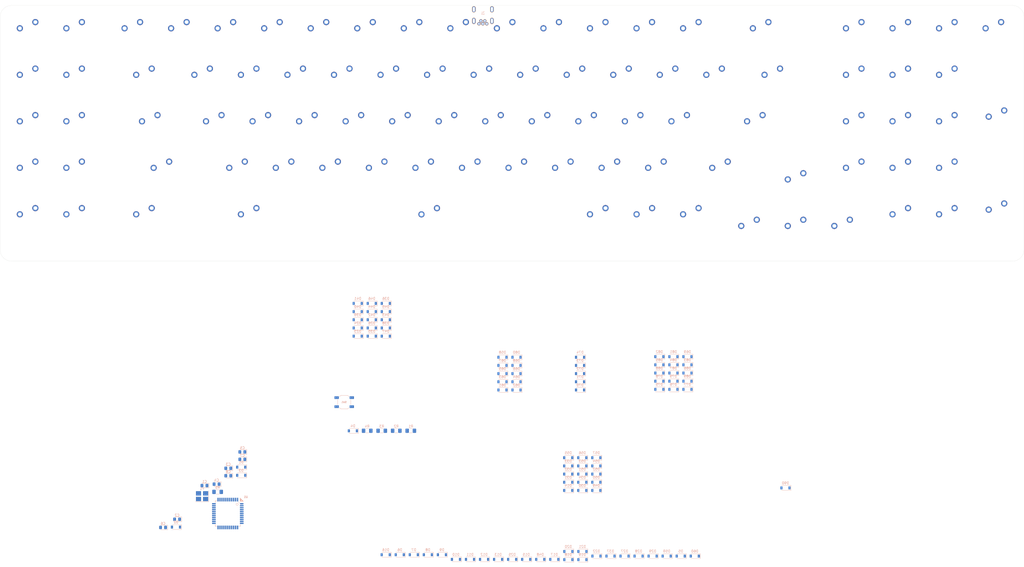
<source format=kicad_pcb>
(kicad_pcb (version 20171130) (host pcbnew "(5.1.4)-1")
  (layers (0 F.Cu signal) (31 B.Cu signal) (34 B.Paste user) (35 F.Paste user) (36 B.SilkS user) (37 F.SilkS user) (38 B.Mask user) (39 F.Mask user) (44 Edge.Cuts user))
  (net 0 "")
  (net 1 GND)
  (net 2 +5V)
  (net 3 "Net-(C5-Pad2)")
  (net 4 RST)
  (net 5 "Net-(C6-Pad1)")
  (net 6 "Net-(C7-Pad1)")
  (net 7 "Net-(C8-Pad1)")
  (net 8 "Net-(D1-Pad2)")
  (net 9 ROW2)
  (net 10 "Net-(D2-Pad2)")
  (net 11 ROW1)
  (net 12 "Net-(D3-Pad2)")
  (net 13 "Net-(D4-Pad2)")
  (net 14 "Net-(J1-Pad6)")
  (net 15 "Net-(J1-Pad4)")
  (net 16 D-)
  (net 17 D+)
  (net 18 "Net-(R3-Pad1)")
  (net 19 "Net-(R4-Pad1)")
  (net 20 "Net-(R5-Pad2)")
  (net 21 COL1)
  (net 22 COL2)
  (net 23 "Net-(U1-Pad42)")
  (net 24 "Net-(U1-Pad41)")
  (net 25 "Net-(U1-Pad40)")
  (net 26 "Net-(U1-Pad39)")
  (net 27 "Net-(U1-Pad38)")
  (net 28 "Net-(U1-Pad37)")
  (net 29 "Net-(U1-Pad36)")
  (net 30 "Net-(U1-Pad32)")
  (net 31 "Net-(U1-Pad31)")
  (net 32 "Net-(U1-Pad30)")
  (net 33 "Net-(U1-Pad29)")
  (net 34 "Net-(U1-Pad28)")
  (net 35 "Net-(U1-Pad27)")
  (net 36 "Net-(U1-Pad26)")
  (net 37 "Net-(U1-Pad25)")
  (net 38 "Net-(U1-Pad22)")
  (net 39 "Net-(U1-Pad21)")
  (net 40 "Net-(U1-Pad20)")
  (net 41 "Net-(U1-Pad19)")
  (net 42 "Net-(U1-Pad18)")
  (net 43 "Net-(U1-Pad12)")
  (net 44 "Net-(U1-Pad11)")
  (net 45 "Net-(U1-Pad10)")
  (net 46 "Net-(U1-Pad9)")
  (net 47 "Net-(U1-Pad8)")
  (net 48 "Net-(U1-Pad1)")
  (net 49 "Net-(D5-Pad2)")
  (net 50 ROW3)
  (net 51 "Net-(D6-Pad2)")
  (net 52 ROW4)
  (net 53 "Net-(D7-Pad2)")
  (net 54 ROW5)
  (net 55 "Net-(D8-Pad2)")
  (net 56 "Net-(D9-Pad2)")
  (net 57 "Net-(D10-Pad2)")
  (net 58 "Net-(D11-Pad2)")
  (net 59 "Net-(D12-Pad2)")
  (net 60 "Net-(D13-Pad2)")
  (net 61 "Net-(D14-Pad2)")
  (net 62 "Net-(D15-Pad2)")
  (net 63 "Net-(D16-Pad2)")
  (net 64 "Net-(D17-Pad2)")
  (net 65 "Net-(D18-Pad2)")
  (net 66 "Net-(D19-Pad2)")
  (net 67 "Net-(D20-Pad2)")
  (net 68 "Net-(D21-Pad2)")
  (net 69 "Net-(D22-Pad2)")
  (net 70 "Net-(D23-Pad2)")
  (net 71 "Net-(D24-Pad2)")
  (net 72 "Net-(D25-Pad2)")
  (net 73 "Net-(D26-Pad2)")
  (net 74 "Net-(D27-Pad2)")
  (net 75 "Net-(D28-Pad2)")
  (net 76 "Net-(D29-Pad2)")
  (net 77 "Net-(D30-Pad2)")
  (net 78 "Net-(D31-Pad2)")
  (net 79 "Net-(D32-Pad2)")
  (net 80 "Net-(D33-Pad2)")
  (net 81 "Net-(D34-Pad2)")
  (net 82 "Net-(D35-Pad2)")
  (net 83 "Net-(D36-Pad2)")
  (net 84 "Net-(D37-Pad2)")
  (net 85 "Net-(D38-Pad2)")
  (net 86 "Net-(D39-Pad2)")
  (net 87 "Net-(D40-Pad2)")
  (net 88 "Net-(D41-Pad2)")
  (net 89 "Net-(D42-Pad2)")
  (net 90 "Net-(D43-Pad2)")
  (net 91 "Net-(D44-Pad2)")
  (net 92 "Net-(D45-Pad2)")
  (net 93 "Net-(D46-Pad2)")
  (net 94 "Net-(D47-Pad2)")
  (net 95 "Net-(D48-Pad2)")
  (net 96 "Net-(D49-Pad2)")
  (net 97 "Net-(D50-Pad2)")
  (net 98 "Net-(D51-Pad2)")
  (net 99 "Net-(D52-Pad2)")
  (net 100 "Net-(D53-Pad2)")
  (net 101 "Net-(D54-Pad2)")
  (net 102 "Net-(D55-Pad2)")
  (net 103 "Net-(D56-Pad2)")
  (net 104 "Net-(D57-Pad2)")
  (net 105 "Net-(D58-Pad2)")
  (net 106 "Net-(D59-Pad2)")
  (net 107 "Net-(D60-Pad2)")
  (net 108 "Net-(D61-Pad2)")
  (net 109 "Net-(D62-Pad2)")
  (net 110 "Net-(D63-Pad2)")
  (net 111 "Net-(D64-Pad2)")
  (net 112 "Net-(D65-Pad2)")
  (net 113 "Net-(D66-Pad2)")
  (net 114 "Net-(D67-Pad2)")
  (net 115 "Net-(D68-Pad2)")
  (net 116 "Net-(D69-Pad2)")
  (net 117 "Net-(D70-Pad2)")
  (net 118 "Net-(D71-Pad2)")
  (net 119 "Net-(D72-Pad2)")
  (net 120 "Net-(D73-Pad2)")
  (net 121 "Net-(D74-Pad2)")
  (net 122 "Net-(D75-Pad2)")
  (net 123 "Net-(D76-Pad2)")
  (net 124 "Net-(D77-Pad2)")
  (net 125 "Net-(D78-Pad2)")
  (net 126 "Net-(D79-Pad2)")
  (net 127 "Net-(D80-Pad2)")
  (net 128 "Net-(D81-Pad2)")
  (net 129 "Net-(D82-Pad2)")
  (net 130 "Net-(D83-Pad2)")
  (net 131 "Net-(D84-Pad2)")
  (net 132 "Net-(D85-Pad2)")
  (net 133 "Net-(D86-Pad2)")
  (net 134 "Net-(D87-Pad2)")
  (net 135 "Net-(D88-Pad2)")
  (net 136 "Net-(D89-Pad2)")
  (net 137 COL3)
  (net 138 COL4)
  (net 139 COL5)
  (net 140 COL6)
  (net 141 COL7)
  (net 142 COL8)
  (net 143 COL9)
  (net 144 COL10)
  (net 145 COL11)
  (net 146 COL12)
  (net 147 "Net-(SW54-Pad1)")
  (net 148 COL13)
  (net 149 COL14)
  (net 150 COL15)
  (net 151 COL16)
  (net 152 COL17)
  (net 153 COL18)
  (net 154 COL19)
  (net 155 COL20)
  (net 156 "Net-(D90-Pad2)")
  (module acheron_MX:MX150 (layer B.Cu) (at 95.25 -352.425 180)
    (fp_text reference SW69)
    (fp_text value \)
    (pad "" np_thru_hole circle (at -5.08 0 180) (size 1.7018 1.7018) (drill 1.7018) (layers *.Cu *.Mask))
    (pad "" np_thru_hole circle (at 5.08 0 180) (size 1.7018 1.7018) (drill 1.7018) (layers *.Cu *.Mask))
    (pad 1 thru_hole circle (at -2.54 5.08 180) (size 2.54 2.54) (drill 1.524) (layers *.Cu *.Mask) (net 151 COL16))
    (pad 2 thru_hole circle (at 3.81 2.54 180) (size 2.54 2.54) (drill 1.524) (layers *.Cu *.Mask) (net 115 "Net-(D68-Pad2)"))
    (pad "" np_thru_hole circle (at 0 0 180) (size 3.9878 3.9878) (drill 3.9878) (layers *.Cu *.Mask))
  )
  (module acheron_MX:MX100 (layer B.Cu) (at 47.625 -314.325 180)
    (fp_text reference SW63)
    (fp_text value /)
    (pad 2 thru_hole circle (at 3.81 2.54 90) (size 2.54 2.54) (drill 1.525) (layers *.Cu *.Mask) (net 109 "Net-(D62-Pad2)"))
    (pad 1 thru_hole circle (at -2.54 5.08 180) (size 2.54 2.54) (drill 1.525) (layers *.Cu *.Mask) (net 149 COL14))
    (pad "" np_thru_hole circle (at -5.08 0 180) (size 1.7018 1.7018) (drill 1.7018) (layers *.Cu *.Mask))
    (pad "" np_thru_hole circle (at 5.08 0 180) (size 1.7018 1.7018) (drill 1.7018) (layers *.Cu *.Mask))
    (pad "" np_thru_hole circle (at 0 0 180) (size 3.9878 3.9878) (drill 3.9878) (layers *.Cu *.Mask))
  )
  (module acheron_MX:MX175 (layer B.Cu) (at -159.55 -333.37 180)
    (fp_text reference SW91)
    (fp_text value Caps)
    (pad "" np_thru_hole circle (at -5.08 0 180) (size 1.7018 1.7018) (drill 1.7018) (layers *.Cu *.Mask))
    (pad "" np_thru_hole circle (at 5.08 0 180) (size 1.7018 1.7018) (drill 1.7018) (layers *.Cu *.Mask))
    (pad 1 thru_hole circle (at -2.54 5.08 180) (size 2.54 2.54) (drill 1.524) (layers *.Cu *.Mask) (net 137 COL3))
    (pad 2 thru_hole circle (at 3.81 2.54 180) (size 2.54 2.54) (drill 1.524) (layers *.Cu *.Mask) (net 156 "Net-(D90-Pad2)"))
    (pad "" np_thru_hole circle (at 0 0 180) (size 3.9878 3.9878) (drill 3.9878) (layers *.Cu *.Mask))
  )
  (module Diode_SMD:D_SOD-123 (layer B.Cu) (at 100.0125 -185.7375 180)
    (fp_text reference D90 (at 0 2) (layer B.SilkS) (effects (justify mirror)))
    (fp_text value 1N4148W)
    (pad 2 smd rect (at 1.65 0 180) (size 0.9 1.2) (layers B.Cu B.Paste B.Mask) (net 156 "Net-(D90-Pad2)"))
    (pad 1 smd rect (at -1.65 0 180) (size 0.9 1.2) (layers B.Cu B.Paste B.Mask) (net 50 ROW3))
  )
  (module acheron_MX:MX625 (layer B.Cu) (at -45.16882 -295.25214 180)
    (fp_text reference SW40)
    (fp_text value Space)
    (pad "" np_thru_hole circle (at 50.038 -8.255) (size 3.9878 3.9878) (drill 3.9878) (layers *.Cu *.Mask))
    (pad "" np_thru_hole circle (at -50.038 -8.255) (size 3.9878 3.9878) (drill 3.9878) (layers *.Cu *.Mask))
    (pad "" np_thru_hole circle (at -50.038 6.985) (size 3.048 3.048) (drill 3.048) (layers *.Cu *.Mask))
    (pad "" np_thru_hole circle (at 50.038 6.985) (size 3.048 3.048) (drill 3.048) (layers *.Cu *.Mask))
    (pad "" np_thru_hole circle (at -5.08 0 180) (size 1.7018 1.7018) (drill 1.7018) (layers *.Cu *.Mask))
    (pad "" np_thru_hole circle (at 5.08 0 180) (size 1.7018 1.7018) (drill 1.7018) (layers *.Cu *.Mask))
    (pad 1 thru_hole circle (at -2.54 5.08 180) (size 2.54 2.54) (drill 1.524) (layers *.Cu *.Mask) (net 143 COL9))
    (pad 2 thru_hole circle (at 3.81 2.54 180) (size 2.54 2.54) (drill 1.524) (layers *.Cu *.Mask) (net 86 "Net-(D39-Pad2)"))
    (pad "" np_thru_hole circle (at 0 0 180) (size 3.9878 3.9878) (drill 3.9878) (layers *.Cu *.Mask))
  )
  (module acheron_MX:MX100 (layer B.Cu) (at -190.5 -352.425 180)
    (fp_text reference SW5)
    (fp_text value F4)
    (pad 2 thru_hole circle (at 3.81 2.54 90) (size 2.54 2.54) (drill 1.525) (layers *.Cu *.Mask) (net 13 "Net-(D4-Pad2)"))
    (pad 1 thru_hole circle (at -2.54 5.08 180) (size 2.54 2.54) (drill 1.525) (layers *.Cu *.Mask) (net 22 COL2))
    (pad "" np_thru_hole circle (at -5.08 0 180) (size 1.7018 1.7018) (drill 1.7018) (layers *.Cu *.Mask))
    (pad "" np_thru_hole circle (at 5.08 0 180) (size 1.7018 1.7018) (drill 1.7018) (layers *.Cu *.Mask))
    (pad "" np_thru_hole circle (at 0 0 180) (size 3.9878 3.9878) (drill 3.9878) (layers *.Cu *.Mask))
  )
  (module acheron_Hardware:smdPushBtn (layer B.Cu) (at -80.59 -220.865 180)
    (fp_text reference SW1 (at 0.1 0) (layer B.SilkS) (effects (font (size 0.7 0.7)) (justify mirror)))
    (fp_text value SW_Push)
    (pad 2 smd rect (at 3.1 -1.85 180) (size 1.8 1.1) (layers B.Cu B.Paste B.Mask) (net 4 RST))
    (pad 2 smd rect (at -3.1 -1.85 180) (size 1.8 1.1) (layers B.Cu B.Paste B.Mask) (net 4 RST))
    (pad 1 smd rect (at 3.1 1.85 180) (size 1.8 1.1) (layers B.Cu B.Paste B.Mask) (net 3 "Net-(C5-Pad2)"))
    (pad 1 smd rect (at -3.1 1.85 180) (size 1.8 1.1) (layers B.Cu B.Paste B.Mask) (net 3 "Net-(C5-Pad2)"))
  )
  (module acheron_MX:MX200V (layer B.Cu) (at 185.7375 -304.8)
    (fp_text reference SW90)
    (fp_text value PEenter)
    (pad "" np_thru_hole circle (at -8.255 11.938 90) (size 3.9878 3.9878) (drill 3.9878) (layers *.Cu *.Mask))
    (pad "" np_thru_hole circle (at -8.255 -11.938 90) (size 3.9878 3.9878) (drill 3.9878) (layers *.Cu *.Mask))
    (pad "" np_thru_hole circle (at 6.985 -11.938 90) (size 3.048 3.048) (drill 3.048) (layers *.Cu *.Mask))
    (pad "" np_thru_hole circle (at 6.985 11.938 90) (size 3.048 3.048) (drill 3.048) (layers *.Cu *.Mask))
    (pad "" np_thru_hole circle (at -5.08 0) (size 1.7018 1.7018) (drill 1.7018) (layers *.Cu *.Mask))
    (pad "" np_thru_hole circle (at 5.08 0) (size 1.7018 1.7018) (drill 1.7018) (layers *.Cu *.Mask))
    (pad 1 thru_hole circle (at -2.54 5.08) (size 2.54 2.54) (drill 1.524) (layers *.Cu *.Mask) (net 155 COL20))
    (pad 2 thru_hole circle (at 3.81 2.54) (size 2.54 2.54) (drill 1.524) (layers *.Cu *.Mask) (net 136 "Net-(D89-Pad2)"))
    (pad "" np_thru_hole circle (at 0 0) (size 3.9878 3.9878) (drill 3.9878) (layers *.Cu *.Mask))
  )
  (module acheron_MX:MX200V (layer B.Cu) (at 185.7375 -342.9)
    (fp_text reference SW89)
    (fp_text value N+)
    (pad "" np_thru_hole circle (at -8.255 11.938 90) (size 3.9878 3.9878) (drill 3.9878) (layers *.Cu *.Mask))
    (pad "" np_thru_hole circle (at -8.255 -11.938 90) (size 3.9878 3.9878) (drill 3.9878) (layers *.Cu *.Mask))
    (pad "" np_thru_hole circle (at 6.985 -11.938 90) (size 3.048 3.048) (drill 3.048) (layers *.Cu *.Mask))
    (pad "" np_thru_hole circle (at 6.985 11.938 90) (size 3.048 3.048) (drill 3.048) (layers *.Cu *.Mask))
    (pad "" np_thru_hole circle (at -5.08 0) (size 1.7018 1.7018) (drill 1.7018) (layers *.Cu *.Mask))
    (pad "" np_thru_hole circle (at 5.08 0) (size 1.7018 1.7018) (drill 1.7018) (layers *.Cu *.Mask))
    (pad 1 thru_hole circle (at -2.54 5.08) (size 2.54 2.54) (drill 1.524) (layers *.Cu *.Mask) (net 155 COL20))
    (pad 2 thru_hole circle (at 3.81 2.54) (size 2.54 2.54) (drill 1.524) (layers *.Cu *.Mask) (net 135 "Net-(D88-Pad2)"))
    (pad "" np_thru_hole circle (at 0 0) (size 3.9878 3.9878) (drill 3.9878) (layers *.Cu *.Mask))
  )
  (module acheron_MX:MX100 (layer B.Cu) (at 185.7375 -371.475 180)
    (fp_text reference SW88)
    (fp_text value N-)
    (pad 2 thru_hole circle (at 3.81 2.54 90) (size 2.54 2.54) (drill 1.525) (layers *.Cu *.Mask) (net 134 "Net-(D87-Pad2)"))
    (pad 1 thru_hole circle (at -2.54 5.08 180) (size 2.54 2.54) (drill 1.525) (layers *.Cu *.Mask) (net 155 COL20))
    (pad "" np_thru_hole circle (at -5.08 0 180) (size 1.7018 1.7018) (drill 1.7018) (layers *.Cu *.Mask))
    (pad "" np_thru_hole circle (at 5.08 0 180) (size 1.7018 1.7018) (drill 1.7018) (layers *.Cu *.Mask))
    (pad "" np_thru_hole circle (at 0 0 180) (size 3.9878 3.9878) (drill 3.9878) (layers *.Cu *.Mask))
  )
  (module acheron_MX:MX100 (layer B.Cu) (at 166.6875 -295.275 180)
    (fp_text reference SW87)
    (fp_text value N.)
    (pad 2 thru_hole circle (at 3.81 2.54 90) (size 2.54 2.54) (drill 1.525) (layers *.Cu *.Mask) (net 133 "Net-(D86-Pad2)"))
    (pad 1 thru_hole circle (at -2.54 5.08 180) (size 2.54 2.54) (drill 1.525) (layers *.Cu *.Mask) (net 154 COL19))
    (pad "" np_thru_hole circle (at -5.08 0 180) (size 1.7018 1.7018) (drill 1.7018) (layers *.Cu *.Mask))
    (pad "" np_thru_hole circle (at 5.08 0 180) (size 1.7018 1.7018) (drill 1.7018) (layers *.Cu *.Mask))
    (pad "" np_thru_hole circle (at 0 0 180) (size 3.9878 3.9878) (drill 3.9878) (layers *.Cu *.Mask))
  )
  (module acheron_MX:MX100 (layer B.Cu) (at 166.6875 -333.375 180)
    (fp_text reference SW86)
    (fp_text value N6)
    (pad 2 thru_hole circle (at 3.81 2.54 90) (size 2.54 2.54) (drill 1.525) (layers *.Cu *.Mask) (net 132 "Net-(D85-Pad2)"))
    (pad 1 thru_hole circle (at -2.54 5.08 180) (size 2.54 2.54) (drill 1.525) (layers *.Cu *.Mask) (net 154 COL19))
    (pad "" np_thru_hole circle (at -5.08 0 180) (size 1.7018 1.7018) (drill 1.7018) (layers *.Cu *.Mask))
    (pad "" np_thru_hole circle (at 5.08 0 180) (size 1.7018 1.7018) (drill 1.7018) (layers *.Cu *.Mask))
    (pad "" np_thru_hole circle (at 0 0 180) (size 3.9878 3.9878) (drill 3.9878) (layers *.Cu *.Mask))
  )
  (module acheron_MX:MX100 (layer B.Cu) (at 166.6875 -314.325 180)
    (fp_text reference SW85)
    (fp_text value N3)
    (pad 2 thru_hole circle (at 3.81 2.54 90) (size 2.54 2.54) (drill 1.525) (layers *.Cu *.Mask) (net 131 "Net-(D84-Pad2)"))
    (pad 1 thru_hole circle (at -2.54 5.08 180) (size 2.54 2.54) (drill 1.525) (layers *.Cu *.Mask) (net 154 COL19))
    (pad "" np_thru_hole circle (at -5.08 0 180) (size 1.7018 1.7018) (drill 1.7018) (layers *.Cu *.Mask))
    (pad "" np_thru_hole circle (at 5.08 0 180) (size 1.7018 1.7018) (drill 1.7018) (layers *.Cu *.Mask))
    (pad "" np_thru_hole circle (at 0 0 180) (size 3.9878 3.9878) (drill 3.9878) (layers *.Cu *.Mask))
  )
  (module acheron_MX:MX100 (layer B.Cu) (at 166.6875 -352.425 180)
    (fp_text reference SW84)
    (fp_text value N9)
    (pad 2 thru_hole circle (at 3.81 2.54 90) (size 2.54 2.54) (drill 1.525) (layers *.Cu *.Mask) (net 130 "Net-(D83-Pad2)"))
    (pad 1 thru_hole circle (at -2.54 5.08 180) (size 2.54 2.54) (drill 1.525) (layers *.Cu *.Mask) (net 154 COL19))
    (pad "" np_thru_hole circle (at -5.08 0 180) (size 1.7018 1.7018) (drill 1.7018) (layers *.Cu *.Mask))
    (pad "" np_thru_hole circle (at 5.08 0 180) (size 1.7018 1.7018) (drill 1.7018) (layers *.Cu *.Mask))
    (pad "" np_thru_hole circle (at 0 0 180) (size 3.9878 3.9878) (drill 3.9878) (layers *.Cu *.Mask))
  )
  (module acheron_MX:MX100 (layer B.Cu) (at 166.6875 -371.475 180)
    (fp_text reference SW83)
    (fp_text value N*)
    (pad 2 thru_hole circle (at 3.81 2.54 90) (size 2.54 2.54) (drill 1.525) (layers *.Cu *.Mask) (net 129 "Net-(D82-Pad2)"))
    (pad 1 thru_hole circle (at -2.54 5.08 180) (size 2.54 2.54) (drill 1.525) (layers *.Cu *.Mask) (net 154 COL19))
    (pad "" np_thru_hole circle (at -5.08 0 180) (size 1.7018 1.7018) (drill 1.7018) (layers *.Cu *.Mask))
    (pad "" np_thru_hole circle (at 5.08 0 180) (size 1.7018 1.7018) (drill 1.7018) (layers *.Cu *.Mask))
    (pad "" np_thru_hole circle (at 0 0 180) (size 3.9878 3.9878) (drill 3.9878) (layers *.Cu *.Mask))
  )
  (module acheron_MX:MX100 (layer B.Cu) (at 147.6375 -295.275 180)
    (fp_text reference SW82)
    (fp_text value N0)
    (pad 2 thru_hole circle (at 3.81 2.54 90) (size 2.54 2.54) (drill 1.525) (layers *.Cu *.Mask) (net 128 "Net-(D81-Pad2)"))
    (pad 1 thru_hole circle (at -2.54 5.08 180) (size 2.54 2.54) (drill 1.525) (layers *.Cu *.Mask) (net 153 COL18))
    (pad "" np_thru_hole circle (at -5.08 0 180) (size 1.7018 1.7018) (drill 1.7018) (layers *.Cu *.Mask))
    (pad "" np_thru_hole circle (at 5.08 0 180) (size 1.7018 1.7018) (drill 1.7018) (layers *.Cu *.Mask))
    (pad "" np_thru_hole circle (at 0 0 180) (size 3.9878 3.9878) (drill 3.9878) (layers *.Cu *.Mask))
  )
  (module acheron_MX:MX100 (layer B.Cu) (at 147.6375 -333.375 180)
    (fp_text reference SW81)
    (fp_text value N5)
    (pad 2 thru_hole circle (at 3.81 2.54 90) (size 2.54 2.54) (drill 1.525) (layers *.Cu *.Mask) (net 127 "Net-(D80-Pad2)"))
    (pad 1 thru_hole circle (at -2.54 5.08 180) (size 2.54 2.54) (drill 1.525) (layers *.Cu *.Mask) (net 153 COL18))
    (pad "" np_thru_hole circle (at -5.08 0 180) (size 1.7018 1.7018) (drill 1.7018) (layers *.Cu *.Mask))
    (pad "" np_thru_hole circle (at 5.08 0 180) (size 1.7018 1.7018) (drill 1.7018) (layers *.Cu *.Mask))
    (pad "" np_thru_hole circle (at 0 0 180) (size 3.9878 3.9878) (drill 3.9878) (layers *.Cu *.Mask))
  )
  (module acheron_MX:MX100 (layer B.Cu) (at 147.6375 -314.325 180)
    (fp_text reference SW80)
    (fp_text value N2)
    (pad 2 thru_hole circle (at 3.81 2.54 90) (size 2.54 2.54) (drill 1.525) (layers *.Cu *.Mask) (net 126 "Net-(D79-Pad2)"))
    (pad 1 thru_hole circle (at -2.54 5.08 180) (size 2.54 2.54) (drill 1.525) (layers *.Cu *.Mask) (net 153 COL18))
    (pad "" np_thru_hole circle (at -5.08 0 180) (size 1.7018 1.7018) (drill 1.7018) (layers *.Cu *.Mask))
    (pad "" np_thru_hole circle (at 5.08 0 180) (size 1.7018 1.7018) (drill 1.7018) (layers *.Cu *.Mask))
    (pad "" np_thru_hole circle (at 0 0 180) (size 3.9878 3.9878) (drill 3.9878) (layers *.Cu *.Mask))
  )
  (module acheron_MX:MX100 (layer B.Cu) (at 147.6375 -352.425 180)
    (fp_text reference SW79)
    (fp_text value N8)
    (pad 2 thru_hole circle (at 3.81 2.54 90) (size 2.54 2.54) (drill 1.525) (layers *.Cu *.Mask) (net 125 "Net-(D78-Pad2)"))
    (pad 1 thru_hole circle (at -2.54 5.08 180) (size 2.54 2.54) (drill 1.525) (layers *.Cu *.Mask) (net 153 COL18))
    (pad "" np_thru_hole circle (at -5.08 0 180) (size 1.7018 1.7018) (drill 1.7018) (layers *.Cu *.Mask))
    (pad "" np_thru_hole circle (at 5.08 0 180) (size 1.7018 1.7018) (drill 1.7018) (layers *.Cu *.Mask))
    (pad "" np_thru_hole circle (at 0 0 180) (size 3.9878 3.9878) (drill 3.9878) (layers *.Cu *.Mask))
  )
  (module acheron_MX:MX100 (layer B.Cu) (at 147.6375 -371.475 180)
    (fp_text reference SW78)
    (fp_text value N/)
    (pad 2 thru_hole circle (at 3.81 2.54 90) (size 2.54 2.54) (drill 1.525) (layers *.Cu *.Mask) (net 124 "Net-(D77-Pad2)"))
    (pad 1 thru_hole circle (at -2.54 5.08 180) (size 2.54 2.54) (drill 1.525) (layers *.Cu *.Mask) (net 153 COL18))
    (pad "" np_thru_hole circle (at -5.08 0 180) (size 1.7018 1.7018) (drill 1.7018) (layers *.Cu *.Mask))
    (pad "" np_thru_hole circle (at 5.08 0 180) (size 1.7018 1.7018) (drill 1.7018) (layers *.Cu *.Mask))
    (pad "" np_thru_hole circle (at 0 0 180) (size 3.9878 3.9878) (drill 3.9878) (layers *.Cu *.Mask))
  )
  (module acheron_MX:MX100 (layer B.Cu) (at 128.5875 -333.375 180)
    (fp_text reference SW77)
    (fp_text value N4)
    (pad 2 thru_hole circle (at 3.81 2.54 90) (size 2.54 2.54) (drill 1.525) (layers *.Cu *.Mask) (net 123 "Net-(D76-Pad2)"))
    (pad 1 thru_hole circle (at -2.54 5.08 180) (size 2.54 2.54) (drill 1.525) (layers *.Cu *.Mask) (net 152 COL17))
    (pad "" np_thru_hole circle (at -5.08 0 180) (size 1.7018 1.7018) (drill 1.7018) (layers *.Cu *.Mask))
    (pad "" np_thru_hole circle (at 5.08 0 180) (size 1.7018 1.7018) (drill 1.7018) (layers *.Cu *.Mask))
    (pad "" np_thru_hole circle (at 0 0 180) (size 3.9878 3.9878) (drill 3.9878) (layers *.Cu *.Mask))
  )
  (module acheron_MX:MX100 (layer B.Cu) (at 128.5875 -314.325 180)
    (fp_text reference SW76)
    (fp_text value N1)
    (pad 2 thru_hole circle (at 3.81 2.54 90) (size 2.54 2.54) (drill 1.525) (layers *.Cu *.Mask) (net 122 "Net-(D75-Pad2)"))
    (pad 1 thru_hole circle (at -2.54 5.08 180) (size 2.54 2.54) (drill 1.525) (layers *.Cu *.Mask) (net 152 COL17))
    (pad "" np_thru_hole circle (at -5.08 0 180) (size 1.7018 1.7018) (drill 1.7018) (layers *.Cu *.Mask))
    (pad "" np_thru_hole circle (at 5.08 0 180) (size 1.7018 1.7018) (drill 1.7018) (layers *.Cu *.Mask))
    (pad "" np_thru_hole circle (at 0 0 180) (size 3.9878 3.9878) (drill 3.9878) (layers *.Cu *.Mask))
  )
  (module acheron_MX:MX100 (layer B.Cu) (at 128.5875 -352.425 180)
    (fp_text reference SW75)
    (fp_text value N7)
    (pad 2 thru_hole circle (at 3.81 2.54 90) (size 2.54 2.54) (drill 1.525) (layers *.Cu *.Mask) (net 121 "Net-(D74-Pad2)"))
    (pad 1 thru_hole circle (at -2.54 5.08 180) (size 2.54 2.54) (drill 1.525) (layers *.Cu *.Mask) (net 152 COL17))
    (pad "" np_thru_hole circle (at -5.08 0 180) (size 1.7018 1.7018) (drill 1.7018) (layers *.Cu *.Mask))
    (pad "" np_thru_hole circle (at 5.08 0 180) (size 1.7018 1.7018) (drill 1.7018) (layers *.Cu *.Mask))
    (pad "" np_thru_hole circle (at 0 0 180) (size 3.9878 3.9878) (drill 3.9878) (layers *.Cu *.Mask))
  )
  (module acheron_MX:MX100 (layer B.Cu) (at 128.5875 -371.475 180)
    (fp_text reference SW74)
    (fp_text value "Num lock")
    (pad 2 thru_hole circle (at 3.81 2.54 90) (size 2.54 2.54) (drill 1.525) (layers *.Cu *.Mask) (net 120 "Net-(D73-Pad2)"))
    (pad 1 thru_hole circle (at -2.54 5.08 180) (size 2.54 2.54) (drill 1.525) (layers *.Cu *.Mask) (net 152 COL17))
    (pad "" np_thru_hole circle (at -5.08 0 180) (size 1.7018 1.7018) (drill 1.7018) (layers *.Cu *.Mask))
    (pad "" np_thru_hole circle (at 5.08 0 180) (size 1.7018 1.7018) (drill 1.7018) (layers *.Cu *.Mask))
    (pad "" np_thru_hole circle (at 0 0 180) (size 3.9878 3.9878) (drill 3.9878) (layers *.Cu *.Mask))
  )
  (module acheron_MX:MX100 (layer B.Cu) (at 123.825 -290.5125 180)
    (fp_text reference SW73)
    (fp_text value Right)
    (pad 2 thru_hole circle (at 3.81 2.54 90) (size 2.54 2.54) (drill 1.525) (layers *.Cu *.Mask) (net 119 "Net-(D72-Pad2)"))
    (pad 1 thru_hole circle (at -2.54 5.08 180) (size 2.54 2.54) (drill 1.525) (layers *.Cu *.Mask) (net 152 COL17))
    (pad "" np_thru_hole circle (at -5.08 0 180) (size 1.7018 1.7018) (drill 1.7018) (layers *.Cu *.Mask))
    (pad "" np_thru_hole circle (at 5.08 0 180) (size 1.7018 1.7018) (drill 1.7018) (layers *.Cu *.Mask))
    (pad "" np_thru_hole circle (at 0 0 180) (size 3.9878 3.9878) (drill 3.9878) (layers *.Cu *.Mask))
  )
  (module acheron_MX:MX100 (layer B.Cu) (at 104.775 -290.5125 180)
    (fp_text reference SW72)
    (fp_text value Down)
    (pad 2 thru_hole circle (at 3.81 2.54 90) (size 2.54 2.54) (drill 1.525) (layers *.Cu *.Mask) (net 118 "Net-(D71-Pad2)"))
    (pad 1 thru_hole circle (at -2.54 5.08 180) (size 2.54 2.54) (drill 1.525) (layers *.Cu *.Mask) (net 151 COL16))
    (pad "" np_thru_hole circle (at -5.08 0 180) (size 1.7018 1.7018) (drill 1.7018) (layers *.Cu *.Mask))
    (pad "" np_thru_hole circle (at 5.08 0 180) (size 1.7018 1.7018) (drill 1.7018) (layers *.Cu *.Mask))
    (pad "" np_thru_hole circle (at 0 0 180) (size 3.9878 3.9878) (drill 3.9878) (layers *.Cu *.Mask))
  )
  (module acheron_MX:MX100 (layer B.Cu) (at 104.775 -309.5625 180)
    (fp_text reference SW71)
    (fp_text value UP)
    (pad 2 thru_hole circle (at 3.81 2.54 90) (size 2.54 2.54) (drill 1.525) (layers *.Cu *.Mask) (net 117 "Net-(D70-Pad2)"))
    (pad 1 thru_hole circle (at -2.54 5.08 180) (size 2.54 2.54) (drill 1.525) (layers *.Cu *.Mask) (net 151 COL16))
    (pad "" np_thru_hole circle (at -5.08 0 180) (size 1.7018 1.7018) (drill 1.7018) (layers *.Cu *.Mask))
    (pad "" np_thru_hole circle (at 5.08 0 180) (size 1.7018 1.7018) (drill 1.7018) (layers *.Cu *.Mask))
    (pad "" np_thru_hole circle (at 0 0 180) (size 3.9878 3.9878) (drill 3.9878) (layers *.Cu *.Mask))
  )
  (module acheron_MX:MX225 (layer B.Cu) (at 88.10752 -333.37246 180)
    (fp_text reference SW70)
    (fp_text value Enter)
    (pad "" np_thru_hole circle (at -11.938 -8.255 180) (size 3.9878 3.9878) (drill 3.9878) (layers *.Cu *.Mask))
    (pad "" np_thru_hole circle (at 11.938 -8.255 180) (size 3.9878 3.9878) (drill 3.9878) (layers *.Cu *.Mask))
    (pad "" np_thru_hole circle (at 11.938 6.985 180) (size 3.048 3.048) (drill 3.048) (layers *.Cu *.Mask))
    (pad "" np_thru_hole circle (at -11.938 6.985 180) (size 3.048 3.048) (drill 3.048) (layers *.Cu *.Mask))
    (pad "" np_thru_hole circle (at -5.08 0 180) (size 1.7018 1.7018) (drill 1.7018) (layers *.Cu *.Mask))
    (pad "" np_thru_hole circle (at 5.08 0 180) (size 1.7018 1.7018) (drill 1.7018) (layers *.Cu *.Mask))
    (pad 1 thru_hole circle (at -2.54 5.08 180) (size 2.54 2.54) (drill 1.524) (layers *.Cu *.Mask) (net 151 COL16))
    (pad 2 thru_hole circle (at 3.81 2.54 180) (size 2.54 2.54) (drill 1.524) (layers *.Cu *.Mask) (net 116 "Net-(D69-Pad2)"))
    (pad "" np_thru_hole circle (at 0 0 180) (size 3.9878 3.9878) (drill 3.9878) (layers *.Cu *.Mask))
  )
  (module acheron_MX:MX200 (layer B.Cu) (at 90.4875 -371.475 180)
    (fp_text reference SW68)
    (fp_text value "Back Space")
    (pad "" np_thru_hole circle (at -11.938 -8.255 180) (size 3.9878 3.9878) (drill 3.9878) (layers *.Cu *.Mask))
    (pad "" np_thru_hole circle (at 11.938 -8.255 180) (size 3.9878 3.9878) (drill 3.9878) (layers *.Cu *.Mask))
    (pad "" np_thru_hole circle (at 11.938 6.985 180) (size 3.048 3.048) (drill 3.048) (layers *.Cu *.Mask))
    (pad "" np_thru_hole circle (at -11.938 6.985 180) (size 3.048 3.048) (drill 3.048) (layers *.Cu *.Mask))
    (pad "" np_thru_hole circle (at -5.08 0 180) (size 1.7018 1.7018) (drill 1.7018) (layers *.Cu *.Mask))
    (pad "" np_thru_hole circle (at 5.08 0 180) (size 1.7018 1.7018) (drill 1.7018) (layers *.Cu *.Mask))
    (pad 1 thru_hole circle (at -2.54 5.08 180) (size 2.54 2.54) (drill 1.524) (layers *.Cu *.Mask) (net 151 COL16))
    (pad 2 thru_hole circle (at 3.81 2.54 180) (size 2.54 2.54) (drill 1.524) (layers *.Cu *.Mask) (net 114 "Net-(D67-Pad2)"))
    (pad "" np_thru_hole circle (at 0 0 180) (size 3.9878 3.9878) (drill 3.9878) (layers *.Cu *.Mask))
  )
  (module acheron_MX:MX100 (layer B.Cu) (at 85.725 -290.5125 180)
    (fp_text reference SW67)
    (fp_text value Left)
    (pad 2 thru_hole circle (at 3.81 2.54 90) (size 2.54 2.54) (drill 1.525) (layers *.Cu *.Mask) (net 113 "Net-(D66-Pad2)"))
    (pad 1 thru_hole circle (at -2.54 5.08 180) (size 2.54 2.54) (drill 1.525) (layers *.Cu *.Mask) (net 150 COL15))
    (pad "" np_thru_hole circle (at -5.08 0 180) (size 1.7018 1.7018) (drill 1.7018) (layers *.Cu *.Mask))
    (pad "" np_thru_hole circle (at 5.08 0 180) (size 1.7018 1.7018) (drill 1.7018) (layers *.Cu *.Mask))
    (pad "" np_thru_hole circle (at 0 0 180) (size 3.9878 3.9878) (drill 3.9878) (layers *.Cu *.Mask))
  )
  (module acheron_MX:MX175 (layer B.Cu) (at 73.84034 -314.30976 180)
    (fp_text reference SW66)
    (fp_text value RShift)
    (pad "" np_thru_hole circle (at -5.08 0 180) (size 1.7018 1.7018) (drill 1.7018) (layers *.Cu *.Mask))
    (pad "" np_thru_hole circle (at 5.08 0 180) (size 1.7018 1.7018) (drill 1.7018) (layers *.Cu *.Mask))
    (pad 1 thru_hole circle (at -2.54 5.08 180) (size 2.54 2.54) (drill 1.524) (layers *.Cu *.Mask) (net 150 COL15))
    (pad 2 thru_hole circle (at 3.81 2.54 180) (size 2.54 2.54) (drill 1.524) (layers *.Cu *.Mask) (net 112 "Net-(D65-Pad2)"))
    (pad "" np_thru_hole circle (at 0 0 180) (size 3.9878 3.9878) (drill 3.9878) (layers *.Cu *.Mask))
  )
  (module acheron_MX:MX100 (layer B.Cu) (at 71.4375 -352.425 180)
    (fp_text reference SW65)
    (fp_text value ])
    (pad 2 thru_hole circle (at 3.81 2.54 90) (size 2.54 2.54) (drill 1.525) (layers *.Cu *.Mask) (net 111 "Net-(D64-Pad2)"))
    (pad 1 thru_hole circle (at -2.54 5.08 180) (size 2.54 2.54) (drill 1.525) (layers *.Cu *.Mask) (net 150 COL15))
    (pad "" np_thru_hole circle (at -5.08 0 180) (size 1.7018 1.7018) (drill 1.7018) (layers *.Cu *.Mask))
    (pad "" np_thru_hole circle (at 5.08 0 180) (size 1.7018 1.7018) (drill 1.7018) (layers *.Cu *.Mask))
    (pad "" np_thru_hole circle (at 0 0 180) (size 3.9878 3.9878) (drill 3.9878) (layers *.Cu *.Mask))
  )
  (module acheron_MX:MX100 (layer B.Cu) (at 61.9125 -371.475 180)
    (fp_text reference SW64)
    (fp_text value =)
    (pad 2 thru_hole circle (at 3.81 2.54 90) (size 2.54 2.54) (drill 1.525) (layers *.Cu *.Mask) (net 110 "Net-(D63-Pad2)"))
    (pad 1 thru_hole circle (at -2.54 5.08 180) (size 2.54 2.54) (drill 1.525) (layers *.Cu *.Mask) (net 150 COL15))
    (pad "" np_thru_hole circle (at -5.08 0 180) (size 1.7018 1.7018) (drill 1.7018) (layers *.Cu *.Mask))
    (pad "" np_thru_hole circle (at 5.08 0 180) (size 1.7018 1.7018) (drill 1.7018) (layers *.Cu *.Mask))
    (pad "" np_thru_hole circle (at 0 0 180) (size 3.9878 3.9878) (drill 3.9878) (layers *.Cu *.Mask))
  )
  (module acheron_MX:MX100 (layer B.Cu) (at 57.15 -333.375 180)
    (fp_text reference SW62)
    (fp_text value ')
    (pad 2 thru_hole circle (at 3.81 2.54 90) (size 2.54 2.54) (drill 1.525) (layers *.Cu *.Mask) (net 108 "Net-(D61-Pad2)"))
    (pad 1 thru_hole circle (at -2.54 5.08 180) (size 2.54 2.54) (drill 1.525) (layers *.Cu *.Mask) (net 149 COL14))
    (pad "" np_thru_hole circle (at -5.08 0 180) (size 1.7018 1.7018) (drill 1.7018) (layers *.Cu *.Mask))
    (pad "" np_thru_hole circle (at 5.08 0 180) (size 1.7018 1.7018) (drill 1.7018) (layers *.Cu *.Mask))
    (pad "" np_thru_hole circle (at 0 0 180) (size 3.9878 3.9878) (drill 3.9878) (layers *.Cu *.Mask))
  )
  (module acheron_MX:MX100 (layer B.Cu) (at 52.3875 -352.425 180)
    (fp_text reference SW61)
    (fp_text value [)
    (pad 2 thru_hole circle (at 3.81 2.54 90) (size 2.54 2.54) (drill 1.525) (layers *.Cu *.Mask) (net 107 "Net-(D60-Pad2)"))
    (pad 1 thru_hole circle (at -2.54 5.08 180) (size 2.54 2.54) (drill 1.525) (layers *.Cu *.Mask) (net 149 COL14))
    (pad "" np_thru_hole circle (at -5.08 0 180) (size 1.7018 1.7018) (drill 1.7018) (layers *.Cu *.Mask))
    (pad "" np_thru_hole circle (at 5.08 0 180) (size 1.7018 1.7018) (drill 1.7018) (layers *.Cu *.Mask))
    (pad "" np_thru_hole circle (at 0 0 180) (size 3.9878 3.9878) (drill 3.9878) (layers *.Cu *.Mask))
  )
  (module acheron_MX:MX100 (layer B.Cu) (at 42.8625 -371.475 180)
    (fp_text reference SW60)
    (fp_text value -)
    (pad 2 thru_hole circle (at 3.81 2.54 90) (size 2.54 2.54) (drill 1.525) (layers *.Cu *.Mask) (net 106 "Net-(D59-Pad2)"))
    (pad 1 thru_hole circle (at -2.54 5.08 180) (size 2.54 2.54) (drill 1.525) (layers *.Cu *.Mask) (net 149 COL14))
    (pad "" np_thru_hole circle (at -5.08 0 180) (size 1.7018 1.7018) (drill 1.7018) (layers *.Cu *.Mask))
    (pad "" np_thru_hole circle (at 5.08 0 180) (size 1.7018 1.7018) (drill 1.7018) (layers *.Cu *.Mask))
    (pad "" np_thru_hole circle (at 0 0 180) (size 3.9878 3.9878) (drill 3.9878) (layers *.Cu *.Mask))
  )
  (module acheron_MX:MX100 (layer B.Cu) (at 61.9125 -295.275 180)
    (fp_text reference SW59)
    (fp_text value "R Ctrl")
    (pad 2 thru_hole circle (at 3.81 2.54 90) (size 2.54 2.54) (drill 1.525) (layers *.Cu *.Mask) (net 105 "Net-(D58-Pad2)"))
    (pad 1 thru_hole circle (at -2.54 5.08 180) (size 2.54 2.54) (drill 1.525) (layers *.Cu *.Mask) (net 149 COL14))
    (pad "" np_thru_hole circle (at -5.08 0 180) (size 1.7018 1.7018) (drill 1.7018) (layers *.Cu *.Mask))
    (pad "" np_thru_hole circle (at 5.08 0 180) (size 1.7018 1.7018) (drill 1.7018) (layers *.Cu *.Mask))
    (pad "" np_thru_hole circle (at 0 0 180) (size 3.9878 3.9878) (drill 3.9878) (layers *.Cu *.Mask))
  )
  (module acheron_MX:MX100 (layer B.Cu) (at 28.575 -314.325 180)
    (fp_text reference SW58)
    (fp_text value .)
    (pad 2 thru_hole circle (at 3.81 2.54 90) (size 2.54 2.54) (drill 1.525) (layers *.Cu *.Mask) (net 104 "Net-(D57-Pad2)"))
    (pad 1 thru_hole circle (at -2.54 5.08 180) (size 2.54 2.54) (drill 1.525) (layers *.Cu *.Mask) (net 147 "Net-(SW54-Pad1)"))
    (pad "" np_thru_hole circle (at -5.08 0 180) (size 1.7018 1.7018) (drill 1.7018) (layers *.Cu *.Mask))
    (pad "" np_thru_hole circle (at 5.08 0 180) (size 1.7018 1.7018) (drill 1.7018) (layers *.Cu *.Mask))
    (pad "" np_thru_hole circle (at 0 0 180) (size 3.9878 3.9878) (drill 3.9878) (layers *.Cu *.Mask))
  )
  (module acheron_MX:MX100 (layer B.Cu) (at 33.3375 -352.425 180)
    (fp_text reference SW57)
    (fp_text value P)
    (pad 2 thru_hole circle (at 3.81 2.54 90) (size 2.54 2.54) (drill 1.525) (layers *.Cu *.Mask) (net 103 "Net-(D56-Pad2)"))
    (pad 1 thru_hole circle (at -2.54 5.08 180) (size 2.54 2.54) (drill 1.525) (layers *.Cu *.Mask) (net 148 COL13))
    (pad "" np_thru_hole circle (at -5.08 0 180) (size 1.7018 1.7018) (drill 1.7018) (layers *.Cu *.Mask))
    (pad "" np_thru_hole circle (at 5.08 0 180) (size 1.7018 1.7018) (drill 1.7018) (layers *.Cu *.Mask))
    (pad "" np_thru_hole circle (at 0 0 180) (size 3.9878 3.9878) (drill 3.9878) (layers *.Cu *.Mask))
  )
  (module acheron_MX:MX100 (layer B.Cu) (at 23.8125 -371.475 180)
    (fp_text reference SW56)
    (fp_text value 0)
    (pad 2 thru_hole circle (at 3.81 2.54 90) (size 2.54 2.54) (drill 1.525) (layers *.Cu *.Mask) (net 102 "Net-(D55-Pad2)"))
    (pad 1 thru_hole circle (at -2.54 5.08 180) (size 2.54 2.54) (drill 1.525) (layers *.Cu *.Mask) (net 148 COL13))
    (pad "" np_thru_hole circle (at -5.08 0 180) (size 1.7018 1.7018) (drill 1.7018) (layers *.Cu *.Mask))
    (pad "" np_thru_hole circle (at 5.08 0 180) (size 1.7018 1.7018) (drill 1.7018) (layers *.Cu *.Mask))
    (pad "" np_thru_hole circle (at 0 0 180) (size 3.9878 3.9878) (drill 3.9878) (layers *.Cu *.Mask))
  )
  (module acheron_MX:MX100 (layer B.Cu) (at 42.885 -295.275 180)
    (fp_text reference SW55)
    (fp_text value FN)
    (pad 2 thru_hole circle (at 3.81 2.54 90) (size 2.54 2.54) (drill 1.525) (layers *.Cu *.Mask) (net 101 "Net-(D54-Pad2)"))
    (pad 1 thru_hole circle (at -2.54 5.08 180) (size 2.54 2.54) (drill 1.525) (layers *.Cu *.Mask) (net 147 "Net-(SW54-Pad1)"))
    (pad "" np_thru_hole circle (at -5.08 0 180) (size 1.7018 1.7018) (drill 1.7018) (layers *.Cu *.Mask))
    (pad "" np_thru_hole circle (at 5.08 0 180) (size 1.7018 1.7018) (drill 1.7018) (layers *.Cu *.Mask))
    (pad "" np_thru_hole circle (at 0 0 180) (size 3.9878 3.9878) (drill 3.9878) (layers *.Cu *.Mask))
  )
  (module acheron_MX:MX100 (layer B.Cu) (at 38.1 -333.375 180)
    (fp_text reference SW54)
    (fp_text value ;)
    (pad 2 thru_hole circle (at 3.81 2.54 90) (size 2.54 2.54) (drill 1.525) (layers *.Cu *.Mask) (net 100 "Net-(D53-Pad2)"))
    (pad 1 thru_hole circle (at -2.54 5.08 180) (size 2.54 2.54) (drill 1.525) (layers *.Cu *.Mask) (net 147 "Net-(SW54-Pad1)"))
    (pad "" np_thru_hole circle (at -5.08 0 180) (size 1.7018 1.7018) (drill 1.7018) (layers *.Cu *.Mask))
    (pad "" np_thru_hole circle (at 5.08 0 180) (size 1.7018 1.7018) (drill 1.7018) (layers *.Cu *.Mask))
    (pad "" np_thru_hole circle (at 0 0 180) (size 3.9878 3.9878) (drill 3.9878) (layers *.Cu *.Mask))
  )
  (module acheron_MX:MX100 (layer B.Cu) (at 23.8125 -295.275 180)
    (fp_text reference SW53)
    (fp_text value AltGr)
    (pad 2 thru_hole circle (at 3.81 2.54 90) (size 2.54 2.54) (drill 1.525) (layers *.Cu *.Mask) (net 99 "Net-(D52-Pad2)"))
    (pad 1 thru_hole circle (at -2.54 5.08 180) (size 2.54 2.54) (drill 1.525) (layers *.Cu *.Mask) (net 146 COL12))
    (pad "" np_thru_hole circle (at -5.08 0 180) (size 1.7018 1.7018) (drill 1.7018) (layers *.Cu *.Mask))
    (pad "" np_thru_hole circle (at 5.08 0 180) (size 1.7018 1.7018) (drill 1.7018) (layers *.Cu *.Mask))
    (pad "" np_thru_hole circle (at 0 0 180) (size 3.9878 3.9878) (drill 3.9878) (layers *.Cu *.Mask))
  )
  (module acheron_MX:MX100 (layer B.Cu) (at 9.525 -314.325 180)
    (fp_text reference SW52)
    (fp_text value ,)
    (pad 2 thru_hole circle (at 3.81 2.54 90) (size 2.54 2.54) (drill 1.525) (layers *.Cu *.Mask) (net 98 "Net-(D51-Pad2)"))
    (pad 1 thru_hole circle (at -2.54 5.08 180) (size 2.54 2.54) (drill 1.525) (layers *.Cu *.Mask) (net 146 COL12))
    (pad "" np_thru_hole circle (at -5.08 0 180) (size 1.7018 1.7018) (drill 1.7018) (layers *.Cu *.Mask))
    (pad "" np_thru_hole circle (at 5.08 0 180) (size 1.7018 1.7018) (drill 1.7018) (layers *.Cu *.Mask))
    (pad "" np_thru_hole circle (at 0 0 180) (size 3.9878 3.9878) (drill 3.9878) (layers *.Cu *.Mask))
  )
  (module acheron_MX:MX100 (layer B.Cu) (at 19.05 -333.375 180)
    (fp_text reference SW51)
    (fp_text value L)
    (pad 2 thru_hole circle (at 3.81 2.54 90) (size 2.54 2.54) (drill 1.525) (layers *.Cu *.Mask) (net 97 "Net-(D50-Pad2)"))
    (pad 1 thru_hole circle (at -2.54 5.08 180) (size 2.54 2.54) (drill 1.525) (layers *.Cu *.Mask) (net 146 COL12))
    (pad "" np_thru_hole circle (at -5.08 0 180) (size 1.7018 1.7018) (drill 1.7018) (layers *.Cu *.Mask))
    (pad "" np_thru_hole circle (at 5.08 0 180) (size 1.7018 1.7018) (drill 1.7018) (layers *.Cu *.Mask))
    (pad "" np_thru_hole circle (at 0 0 180) (size 3.9878 3.9878) (drill 3.9878) (layers *.Cu *.Mask))
  )
  (module acheron_MX:MX100 (layer B.Cu) (at 14.2875 -352.425 180)
    (fp_text reference SW50)
    (fp_text value O)
    (pad 2 thru_hole circle (at 3.81 2.54 90) (size 2.54 2.54) (drill 1.525) (layers *.Cu *.Mask) (net 96 "Net-(D49-Pad2)"))
    (pad 1 thru_hole circle (at -2.54 5.08 180) (size 2.54 2.54) (drill 1.525) (layers *.Cu *.Mask) (net 146 COL12))
    (pad "" np_thru_hole circle (at -5.08 0 180) (size 1.7018 1.7018) (drill 1.7018) (layers *.Cu *.Mask))
    (pad "" np_thru_hole circle (at 5.08 0 180) (size 1.7018 1.7018) (drill 1.7018) (layers *.Cu *.Mask))
    (pad "" np_thru_hole circle (at 0 0 180) (size 3.9878 3.9878) (drill 3.9878) (layers *.Cu *.Mask))
  )
  (module acheron_MX:MX100 (layer B.Cu) (at 4.7625 -371.475 180)
    (fp_text reference SW49)
    (fp_text value 9)
    (pad 2 thru_hole circle (at 3.81 2.54 90) (size 2.54 2.54) (drill 1.525) (layers *.Cu *.Mask) (net 95 "Net-(D48-Pad2)"))
    (pad 1 thru_hole circle (at -2.54 5.08 180) (size 2.54 2.54) (drill 1.525) (layers *.Cu *.Mask) (net 146 COL12))
    (pad "" np_thru_hole circle (at -5.08 0 180) (size 1.7018 1.7018) (drill 1.7018) (layers *.Cu *.Mask))
    (pad "" np_thru_hole circle (at 5.08 0 180) (size 1.7018 1.7018) (drill 1.7018) (layers *.Cu *.Mask))
    (pad "" np_thru_hole circle (at 0 0 180) (size 3.9878 3.9878) (drill 3.9878) (layers *.Cu *.Mask))
  )
  (module acheron_MX:MX100 (layer B.Cu) (at -9.525 -314.325 180)
    (fp_text reference SW48)
    (fp_text value M)
    (pad 2 thru_hole circle (at 3.81 2.54 90) (size 2.54 2.54) (drill 1.525) (layers *.Cu *.Mask) (net 94 "Net-(D47-Pad2)"))
    (pad 1 thru_hole circle (at -2.54 5.08 180) (size 2.54 2.54) (drill 1.525) (layers *.Cu *.Mask) (net 145 COL11))
    (pad "" np_thru_hole circle (at -5.08 0 180) (size 1.7018 1.7018) (drill 1.7018) (layers *.Cu *.Mask))
    (pad "" np_thru_hole circle (at 5.08 0 180) (size 1.7018 1.7018) (drill 1.7018) (layers *.Cu *.Mask))
    (pad "" np_thru_hole circle (at 0 0 180) (size 3.9878 3.9878) (drill 3.9878) (layers *.Cu *.Mask))
  )
  (module acheron_MX:MX100 (layer B.Cu) (at 0 -333.375 180)
    (fp_text reference SW47)
    (fp_text value K)
    (pad 2 thru_hole circle (at 3.81 2.54 90) (size 2.54 2.54) (drill 1.525) (layers *.Cu *.Mask) (net 93 "Net-(D46-Pad2)"))
    (pad 1 thru_hole circle (at -2.54 5.08 180) (size 2.54 2.54) (drill 1.525) (layers *.Cu *.Mask) (net 145 COL11))
    (pad "" np_thru_hole circle (at -5.08 0 180) (size 1.7018 1.7018) (drill 1.7018) (layers *.Cu *.Mask))
    (pad "" np_thru_hole circle (at 5.08 0 180) (size 1.7018 1.7018) (drill 1.7018) (layers *.Cu *.Mask))
    (pad "" np_thru_hole circle (at 0 0 180) (size 3.9878 3.9878) (drill 3.9878) (layers *.Cu *.Mask))
  )
  (module acheron_MX:MX100 (layer B.Cu) (at -4.7625 -352.425 180)
    (fp_text reference SW46)
    (fp_text value I)
    (pad 2 thru_hole circle (at 3.81 2.54 90) (size 2.54 2.54) (drill 1.525) (layers *.Cu *.Mask) (net 92 "Net-(D45-Pad2)"))
    (pad 1 thru_hole circle (at -2.54 5.08 180) (size 2.54 2.54) (drill 1.525) (layers *.Cu *.Mask) (net 145 COL11))
    (pad "" np_thru_hole circle (at -5.08 0 180) (size 1.7018 1.7018) (drill 1.7018) (layers *.Cu *.Mask))
    (pad "" np_thru_hole circle (at 5.08 0 180) (size 1.7018 1.7018) (drill 1.7018) (layers *.Cu *.Mask))
    (pad "" np_thru_hole circle (at 0 0 180) (size 3.9878 3.9878) (drill 3.9878) (layers *.Cu *.Mask))
  )
  (module acheron_MX:MX100 (layer B.Cu) (at -14.2875 -371.475 180)
    (fp_text reference SW45)
    (fp_text value 8)
    (pad 2 thru_hole circle (at 3.81 2.54 90) (size 2.54 2.54) (drill 1.525) (layers *.Cu *.Mask) (net 91 "Net-(D44-Pad2)"))
    (pad 1 thru_hole circle (at -2.54 5.08 180) (size 2.54 2.54) (drill 1.525) (layers *.Cu *.Mask) (net 145 COL11))
    (pad "" np_thru_hole circle (at -5.08 0 180) (size 1.7018 1.7018) (drill 1.7018) (layers *.Cu *.Mask))
    (pad "" np_thru_hole circle (at 5.08 0 180) (size 1.7018 1.7018) (drill 1.7018) (layers *.Cu *.Mask))
    (pad "" np_thru_hole circle (at 0 0 180) (size 3.9878 3.9878) (drill 3.9878) (layers *.Cu *.Mask))
  )
  (module acheron_MX:MX100 (layer B.Cu) (at -28.575 -314.325 180)
    (fp_text reference SW44)
    (fp_text value N)
    (pad 2 thru_hole circle (at 3.81 2.54 90) (size 2.54 2.54) (drill 1.525) (layers *.Cu *.Mask) (net 90 "Net-(D43-Pad2)"))
    (pad 1 thru_hole circle (at -2.54 5.08 180) (size 2.54 2.54) (drill 1.525) (layers *.Cu *.Mask) (net 144 COL10))
    (pad "" np_thru_hole circle (at -5.08 0 180) (size 1.7018 1.7018) (drill 1.7018) (layers *.Cu *.Mask))
    (pad "" np_thru_hole circle (at 5.08 0 180) (size 1.7018 1.7018) (drill 1.7018) (layers *.Cu *.Mask))
    (pad "" np_thru_hole circle (at 0 0 180) (size 3.9878 3.9878) (drill 3.9878) (layers *.Cu *.Mask))
  )
  (module acheron_MX:MX100 (layer B.Cu) (at -19.05 -333.375 180)
    (fp_text reference SW43)
    (fp_text value J)
    (pad 2 thru_hole circle (at 3.81 2.54 90) (size 2.54 2.54) (drill 1.525) (layers *.Cu *.Mask) (net 89 "Net-(D42-Pad2)"))
    (pad 1 thru_hole circle (at -2.54 5.08 180) (size 2.54 2.54) (drill 1.525) (layers *.Cu *.Mask) (net 144 COL10))
    (pad "" np_thru_hole circle (at -5.08 0 180) (size 1.7018 1.7018) (drill 1.7018) (layers *.Cu *.Mask))
    (pad "" np_thru_hole circle (at 5.08 0 180) (size 1.7018 1.7018) (drill 1.7018) (layers *.Cu *.Mask))
    (pad "" np_thru_hole circle (at 0 0 180) (size 3.9878 3.9878) (drill 3.9878) (layers *.Cu *.Mask))
  )
  (module acheron_MX:MX100 (layer B.Cu) (at -23.8125 -352.425 180)
    (fp_text reference SW42)
    (fp_text value U)
    (pad 2 thru_hole circle (at 3.81 2.54 90) (size 2.54 2.54) (drill 1.525) (layers *.Cu *.Mask) (net 88 "Net-(D41-Pad2)"))
    (pad 1 thru_hole circle (at -2.54 5.08 180) (size 2.54 2.54) (drill 1.525) (layers *.Cu *.Mask) (net 144 COL10))
    (pad "" np_thru_hole circle (at -5.08 0 180) (size 1.7018 1.7018) (drill 1.7018) (layers *.Cu *.Mask))
    (pad "" np_thru_hole circle (at 5.08 0 180) (size 1.7018 1.7018) (drill 1.7018) (layers *.Cu *.Mask))
    (pad "" np_thru_hole circle (at 0 0 180) (size 3.9878 3.9878) (drill 3.9878) (layers *.Cu *.Mask))
  )
  (module acheron_MX:MX100 (layer B.Cu) (at -33.3375 -371.475 180)
    (fp_text reference SW41)
    (fp_text value 7)
    (pad 2 thru_hole circle (at 3.81 2.54 90) (size 2.54 2.54) (drill 1.525) (layers *.Cu *.Mask) (net 87 "Net-(D40-Pad2)"))
    (pad 1 thru_hole circle (at -2.54 5.08 180) (size 2.54 2.54) (drill 1.525) (layers *.Cu *.Mask) (net 144 COL10))
    (pad "" np_thru_hole circle (at -5.08 0 180) (size 1.7018 1.7018) (drill 1.7018) (layers *.Cu *.Mask))
    (pad "" np_thru_hole circle (at 5.08 0 180) (size 1.7018 1.7018) (drill 1.7018) (layers *.Cu *.Mask))
    (pad "" np_thru_hole circle (at 0 0 180) (size 3.9878 3.9878) (drill 3.9878) (layers *.Cu *.Mask))
  )
  (module acheron_MX:MX100 (layer B.Cu) (at -47.625 -314.325 180)
    (fp_text reference SW39)
    (fp_text value B)
    (pad 2 thru_hole circle (at 3.81 2.54 90) (size 2.54 2.54) (drill 1.525) (layers *.Cu *.Mask) (net 85 "Net-(D38-Pad2)"))
    (pad 1 thru_hole circle (at -2.54 5.08 180) (size 2.54 2.54) (drill 1.525) (layers *.Cu *.Mask) (net 143 COL9))
    (pad "" np_thru_hole circle (at -5.08 0 180) (size 1.7018 1.7018) (drill 1.7018) (layers *.Cu *.Mask))
    (pad "" np_thru_hole circle (at 5.08 0 180) (size 1.7018 1.7018) (drill 1.7018) (layers *.Cu *.Mask))
    (pad "" np_thru_hole circle (at 0 0 180) (size 3.9878 3.9878) (drill 3.9878) (layers *.Cu *.Mask))
  )
  (module acheron_MX:MX100 (layer B.Cu) (at -38.1 -333.375 180)
    (fp_text reference SW38)
    (fp_text value H)
    (pad 2 thru_hole circle (at 3.81 2.54 90) (size 2.54 2.54) (drill 1.525) (layers *.Cu *.Mask) (net 84 "Net-(D37-Pad2)"))
    (pad 1 thru_hole circle (at -2.54 5.08 180) (size 2.54 2.54) (drill 1.525) (layers *.Cu *.Mask) (net 143 COL9))
    (pad "" np_thru_hole circle (at -5.08 0 180) (size 1.7018 1.7018) (drill 1.7018) (layers *.Cu *.Mask))
    (pad "" np_thru_hole circle (at 5.08 0 180) (size 1.7018 1.7018) (drill 1.7018) (layers *.Cu *.Mask))
    (pad "" np_thru_hole circle (at 0 0 180) (size 3.9878 3.9878) (drill 3.9878) (layers *.Cu *.Mask))
  )
  (module acheron_MX:MX100 (layer B.Cu) (at -42.8625 -352.425 180)
    (fp_text reference SW37)
    (fp_text value Y)
    (pad 2 thru_hole circle (at 3.81 2.54 90) (size 2.54 2.54) (drill 1.525) (layers *.Cu *.Mask) (net 83 "Net-(D36-Pad2)"))
    (pad 1 thru_hole circle (at -2.54 5.08 180) (size 2.54 2.54) (drill 1.525) (layers *.Cu *.Mask) (net 143 COL9))
    (pad "" np_thru_hole circle (at -5.08 0 180) (size 1.7018 1.7018) (drill 1.7018) (layers *.Cu *.Mask))
    (pad "" np_thru_hole circle (at 5.08 0 180) (size 1.7018 1.7018) (drill 1.7018) (layers *.Cu *.Mask))
    (pad "" np_thru_hole circle (at 0 0 180) (size 3.9878 3.9878) (drill 3.9878) (layers *.Cu *.Mask))
  )
  (module acheron_MX:MX100 (layer B.Cu) (at -52.3875 -371.475 180)
    (fp_text reference SW36)
    (fp_text value 6)
    (pad 2 thru_hole circle (at 3.81 2.54 90) (size 2.54 2.54) (drill 1.525) (layers *.Cu *.Mask) (net 82 "Net-(D35-Pad2)"))
    (pad 1 thru_hole circle (at -2.54 5.08 180) (size 2.54 2.54) (drill 1.525) (layers *.Cu *.Mask) (net 143 COL9))
    (pad "" np_thru_hole circle (at -5.08 0 180) (size 1.7018 1.7018) (drill 1.7018) (layers *.Cu *.Mask))
    (pad "" np_thru_hole circle (at 5.08 0 180) (size 1.7018 1.7018) (drill 1.7018) (layers *.Cu *.Mask))
    (pad "" np_thru_hole circle (at 0 0 180) (size 3.9878 3.9878) (drill 3.9878) (layers *.Cu *.Mask))
  )
  (module acheron_MX:MX100 (layer B.Cu) (at -66.675 -314.325 180)
    (fp_text reference SW35)
    (fp_text value V)
    (pad 2 thru_hole circle (at 3.81 2.54 90) (size 2.54 2.54) (drill 1.525) (layers *.Cu *.Mask) (net 81 "Net-(D34-Pad2)"))
    (pad 1 thru_hole circle (at -2.54 5.08 180) (size 2.54 2.54) (drill 1.525) (layers *.Cu *.Mask) (net 142 COL8))
    (pad "" np_thru_hole circle (at -5.08 0 180) (size 1.7018 1.7018) (drill 1.7018) (layers *.Cu *.Mask))
    (pad "" np_thru_hole circle (at 5.08 0 180) (size 1.7018 1.7018) (drill 1.7018) (layers *.Cu *.Mask))
    (pad "" np_thru_hole circle (at 0 0 180) (size 3.9878 3.9878) (drill 3.9878) (layers *.Cu *.Mask))
  )
  (module acheron_MX:MX100 (layer B.Cu) (at -57.15 -333.375 180)
    (fp_text reference SW34)
    (fp_text value G)
    (pad 2 thru_hole circle (at 3.81 2.54 90) (size 2.54 2.54) (drill 1.525) (layers *.Cu *.Mask) (net 80 "Net-(D33-Pad2)"))
    (pad 1 thru_hole circle (at -2.54 5.08 180) (size 2.54 2.54) (drill 1.525) (layers *.Cu *.Mask) (net 142 COL8))
    (pad "" np_thru_hole circle (at -5.08 0 180) (size 1.7018 1.7018) (drill 1.7018) (layers *.Cu *.Mask))
    (pad "" np_thru_hole circle (at 5.08 0 180) (size 1.7018 1.7018) (drill 1.7018) (layers *.Cu *.Mask))
    (pad "" np_thru_hole circle (at 0 0 180) (size 3.9878 3.9878) (drill 3.9878) (layers *.Cu *.Mask))
  )
  (module acheron_MX:MX100 (layer B.Cu) (at -61.9125 -352.425 180)
    (fp_text reference SW33)
    (fp_text value T)
    (pad 2 thru_hole circle (at 3.81 2.54 90) (size 2.54 2.54) (drill 1.525) (layers *.Cu *.Mask) (net 79 "Net-(D32-Pad2)"))
    (pad 1 thru_hole circle (at -2.54 5.08 180) (size 2.54 2.54) (drill 1.525) (layers *.Cu *.Mask) (net 142 COL8))
    (pad "" np_thru_hole circle (at -5.08 0 180) (size 1.7018 1.7018) (drill 1.7018) (layers *.Cu *.Mask))
    (pad "" np_thru_hole circle (at 5.08 0 180) (size 1.7018 1.7018) (drill 1.7018) (layers *.Cu *.Mask))
    (pad "" np_thru_hole circle (at 0 0 180) (size 3.9878 3.9878) (drill 3.9878) (layers *.Cu *.Mask))
  )
  (module acheron_MX:MX100 (layer B.Cu) (at -71.4375 -371.475 180)
    (fp_text reference SW32)
    (fp_text value 5)
    (pad 2 thru_hole circle (at 3.81 2.54 90) (size 2.54 2.54) (drill 1.525) (layers *.Cu *.Mask) (net 78 "Net-(D31-Pad2)"))
    (pad 1 thru_hole circle (at -2.54 5.08 180) (size 2.54 2.54) (drill 1.525) (layers *.Cu *.Mask) (net 142 COL8))
    (pad "" np_thru_hole circle (at -5.08 0 180) (size 1.7018 1.7018) (drill 1.7018) (layers *.Cu *.Mask))
    (pad "" np_thru_hole circle (at 5.08 0 180) (size 1.7018 1.7018) (drill 1.7018) (layers *.Cu *.Mask))
    (pad "" np_thru_hole circle (at 0 0 180) (size 3.9878 3.9878) (drill 3.9878) (layers *.Cu *.Mask))
  )
  (module acheron_MX:MX100 (layer B.Cu) (at -85.725 -314.325 180)
    (fp_text reference SW31)
    (fp_text value C)
    (pad 2 thru_hole circle (at 3.81 2.54 90) (size 2.54 2.54) (drill 1.525) (layers *.Cu *.Mask) (net 77 "Net-(D30-Pad2)"))
    (pad 1 thru_hole circle (at -2.54 5.08 180) (size 2.54 2.54) (drill 1.525) (layers *.Cu *.Mask) (net 141 COL7))
    (pad "" np_thru_hole circle (at -5.08 0 180) (size 1.7018 1.7018) (drill 1.7018) (layers *.Cu *.Mask))
    (pad "" np_thru_hole circle (at 5.08 0 180) (size 1.7018 1.7018) (drill 1.7018) (layers *.Cu *.Mask))
    (pad "" np_thru_hole circle (at 0 0 180) (size 3.9878 3.9878) (drill 3.9878) (layers *.Cu *.Mask))
  )
  (module acheron_MX:MX100 (layer B.Cu) (at -76.2 -333.375 180)
    (fp_text reference SW30)
    (fp_text value F)
    (pad 2 thru_hole circle (at 3.81 2.54 90) (size 2.54 2.54) (drill 1.525) (layers *.Cu *.Mask) (net 76 "Net-(D29-Pad2)"))
    (pad 1 thru_hole circle (at -2.54 5.08 180) (size 2.54 2.54) (drill 1.525) (layers *.Cu *.Mask) (net 141 COL7))
    (pad "" np_thru_hole circle (at -5.08 0 180) (size 1.7018 1.7018) (drill 1.7018) (layers *.Cu *.Mask))
    (pad "" np_thru_hole circle (at 5.08 0 180) (size 1.7018 1.7018) (drill 1.7018) (layers *.Cu *.Mask))
    (pad "" np_thru_hole circle (at 0 0 180) (size 3.9878 3.9878) (drill 3.9878) (layers *.Cu *.Mask))
  )
  (module acheron_MX:MX100 (layer B.Cu) (at -80.9625 -352.425 180)
    (fp_text reference SW29)
    (fp_text value R)
    (pad 2 thru_hole circle (at 3.81 2.54 90) (size 2.54 2.54) (drill 1.525) (layers *.Cu *.Mask) (net 75 "Net-(D28-Pad2)"))
    (pad 1 thru_hole circle (at -2.54 5.08 180) (size 2.54 2.54) (drill 1.525) (layers *.Cu *.Mask) (net 141 COL7))
    (pad "" np_thru_hole circle (at -5.08 0 180) (size 1.7018 1.7018) (drill 1.7018) (layers *.Cu *.Mask))
    (pad "" np_thru_hole circle (at 5.08 0 180) (size 1.7018 1.7018) (drill 1.7018) (layers *.Cu *.Mask))
    (pad "" np_thru_hole circle (at 0 0 180) (size 3.9878 3.9878) (drill 3.9878) (layers *.Cu *.Mask))
  )
  (module acheron_MX:MX100 (layer B.Cu) (at -90.4875 -371.475 180)
    (fp_text reference SW28)
    (fp_text value 4)
    (pad 2 thru_hole circle (at 3.81 2.54 90) (size 2.54 2.54) (drill 1.525) (layers *.Cu *.Mask) (net 74 "Net-(D27-Pad2)"))
    (pad 1 thru_hole circle (at -2.54 5.08 180) (size 2.54 2.54) (drill 1.525) (layers *.Cu *.Mask) (net 141 COL7))
    (pad "" np_thru_hole circle (at -5.08 0 180) (size 1.7018 1.7018) (drill 1.7018) (layers *.Cu *.Mask))
    (pad "" np_thru_hole circle (at 5.08 0 180) (size 1.7018 1.7018) (drill 1.7018) (layers *.Cu *.Mask))
    (pad "" np_thru_hole circle (at 0 0 180) (size 3.9878 3.9878) (drill 3.9878) (layers *.Cu *.Mask))
  )
  (module acheron_MX:MX100 (layer B.Cu) (at -104.775 -314.325 180)
    (fp_text reference SW27)
    (fp_text value X)
    (pad 2 thru_hole circle (at 3.81 2.54 90) (size 2.54 2.54) (drill 1.525) (layers *.Cu *.Mask) (net 73 "Net-(D26-Pad2)"))
    (pad 1 thru_hole circle (at -2.54 5.08 180) (size 2.54 2.54) (drill 1.525) (layers *.Cu *.Mask) (net 140 COL6))
    (pad "" np_thru_hole circle (at -5.08 0 180) (size 1.7018 1.7018) (drill 1.7018) (layers *.Cu *.Mask))
    (pad "" np_thru_hole circle (at 5.08 0 180) (size 1.7018 1.7018) (drill 1.7018) (layers *.Cu *.Mask))
    (pad "" np_thru_hole circle (at 0 0 180) (size 3.9878 3.9878) (drill 3.9878) (layers *.Cu *.Mask))
  )
  (module acheron_MX:MX100 (layer B.Cu) (at -95.25 -333.375 180)
    (fp_text reference SW26)
    (fp_text value D)
    (pad 2 thru_hole circle (at 3.81 2.54 90) (size 2.54 2.54) (drill 1.525) (layers *.Cu *.Mask) (net 72 "Net-(D25-Pad2)"))
    (pad 1 thru_hole circle (at -2.54 5.08 180) (size 2.54 2.54) (drill 1.525) (layers *.Cu *.Mask) (net 140 COL6))
    (pad "" np_thru_hole circle (at -5.08 0 180) (size 1.7018 1.7018) (drill 1.7018) (layers *.Cu *.Mask))
    (pad "" np_thru_hole circle (at 5.08 0 180) (size 1.7018 1.7018) (drill 1.7018) (layers *.Cu *.Mask))
    (pad "" np_thru_hole circle (at 0 0 180) (size 3.9878 3.9878) (drill 3.9878) (layers *.Cu *.Mask))
  )
  (module acheron_MX:MX100 (layer B.Cu) (at -100.0125 -352.425 180)
    (fp_text reference SW25)
    (fp_text value E)
    (pad 2 thru_hole circle (at 3.81 2.54 90) (size 2.54 2.54) (drill 1.525) (layers *.Cu *.Mask) (net 71 "Net-(D24-Pad2)"))
    (pad 1 thru_hole circle (at -2.54 5.08 180) (size 2.54 2.54) (drill 1.525) (layers *.Cu *.Mask) (net 140 COL6))
    (pad "" np_thru_hole circle (at -5.08 0 180) (size 1.7018 1.7018) (drill 1.7018) (layers *.Cu *.Mask))
    (pad "" np_thru_hole circle (at 5.08 0 180) (size 1.7018 1.7018) (drill 1.7018) (layers *.Cu *.Mask))
    (pad "" np_thru_hole circle (at 0 0 180) (size 3.9878 3.9878) (drill 3.9878) (layers *.Cu *.Mask))
  )
  (module acheron_MX:MX100 (layer B.Cu) (at -109.5375 -371.475 180)
    (fp_text reference SW24)
    (fp_text value 3)
    (pad 2 thru_hole circle (at 3.81 2.54 90) (size 2.54 2.54) (drill 1.525) (layers *.Cu *.Mask) (net 70 "Net-(D23-Pad2)"))
    (pad 1 thru_hole circle (at -2.54 5.08 180) (size 2.54 2.54) (drill 1.525) (layers *.Cu *.Mask) (net 140 COL6))
    (pad "" np_thru_hole circle (at -5.08 0 180) (size 1.7018 1.7018) (drill 1.7018) (layers *.Cu *.Mask))
    (pad "" np_thru_hole circle (at 5.08 0 180) (size 1.7018 1.7018) (drill 1.7018) (layers *.Cu *.Mask))
    (pad "" np_thru_hole circle (at 0 0 180) (size 3.9878 3.9878) (drill 3.9878) (layers *.Cu *.Mask))
  )
  (module acheron_MX:MX150 (layer B.Cu) (at -119.0625 -295.275 180)
    (fp_text reference SW23)
    (fp_text value "L Alt")
    (pad "" np_thru_hole circle (at -5.08 0 180) (size 1.7018 1.7018) (drill 1.7018) (layers *.Cu *.Mask))
    (pad "" np_thru_hole circle (at 5.08 0 180) (size 1.7018 1.7018) (drill 1.7018) (layers *.Cu *.Mask))
    (pad 1 thru_hole circle (at -2.54 5.08 180) (size 2.54 2.54) (drill 1.524) (layers *.Cu *.Mask) (net 139 COL5))
    (pad 2 thru_hole circle (at 3.81 2.54 180) (size 2.54 2.54) (drill 1.524) (layers *.Cu *.Mask) (net 69 "Net-(D22-Pad2)"))
    (pad "" np_thru_hole circle (at 0 0 180) (size 3.9878 3.9878) (drill 3.9878) (layers *.Cu *.Mask))
  )
  (module acheron_MX:MX100 (layer B.Cu) (at -123.825 -314.325 180)
    (fp_text reference SW22)
    (fp_text value Z)
    (pad 2 thru_hole circle (at 3.81 2.54 90) (size 2.54 2.54) (drill 1.525) (layers *.Cu *.Mask) (net 68 "Net-(D21-Pad2)"))
    (pad 1 thru_hole circle (at -2.54 5.08 180) (size 2.54 2.54) (drill 1.525) (layers *.Cu *.Mask) (net 139 COL5))
    (pad "" np_thru_hole circle (at -5.08 0 180) (size 1.7018 1.7018) (drill 1.7018) (layers *.Cu *.Mask))
    (pad "" np_thru_hole circle (at 5.08 0 180) (size 1.7018 1.7018) (drill 1.7018) (layers *.Cu *.Mask))
    (pad "" np_thru_hole circle (at 0 0 180) (size 3.9878 3.9878) (drill 3.9878) (layers *.Cu *.Mask))
  )
  (module acheron_MX:MX100 (layer B.Cu) (at -119.0625 -352.425 180)
    (fp_text reference SW21)
    (fp_text value W)
    (pad 2 thru_hole circle (at 3.81 2.54 90) (size 2.54 2.54) (drill 1.525) (layers *.Cu *.Mask) (net 67 "Net-(D20-Pad2)"))
    (pad 1 thru_hole circle (at -2.54 5.08 180) (size 2.54 2.54) (drill 1.525) (layers *.Cu *.Mask) (net 139 COL5))
    (pad "" np_thru_hole circle (at -5.08 0 180) (size 1.7018 1.7018) (drill 1.7018) (layers *.Cu *.Mask))
    (pad "" np_thru_hole circle (at 5.08 0 180) (size 1.7018 1.7018) (drill 1.7018) (layers *.Cu *.Mask))
    (pad "" np_thru_hole circle (at 0 0 180) (size 3.9878 3.9878) (drill 3.9878) (layers *.Cu *.Mask))
  )
  (module acheron_MX:MX100 (layer B.Cu) (at -128.5875 -371.475 180)
    (fp_text reference SW20)
    (fp_text value 2)
    (pad 2 thru_hole circle (at 3.81 2.54 90) (size 2.54 2.54) (drill 1.525) (layers *.Cu *.Mask) (net 66 "Net-(D19-Pad2)"))
    (pad 1 thru_hole circle (at -2.54 5.08 180) (size 2.54 2.54) (drill 1.525) (layers *.Cu *.Mask) (net 139 COL5))
    (pad "" np_thru_hole circle (at -5.08 0 180) (size 1.7018 1.7018) (drill 1.7018) (layers *.Cu *.Mask))
    (pad "" np_thru_hole circle (at 5.08 0 180) (size 1.7018 1.7018) (drill 1.7018) (layers *.Cu *.Mask))
    (pad "" np_thru_hole circle (at 0 0 180) (size 3.9878 3.9878) (drill 3.9878) (layers *.Cu *.Mask))
  )
  (module acheron_MX:MX100 (layer B.Cu) (at -114.3 -333.375 180)
    (fp_text reference SW19)
    (fp_text value S)
    (pad 2 thru_hole circle (at 3.81 2.54 90) (size 2.54 2.54) (drill 1.525) (layers *.Cu *.Mask) (net 65 "Net-(D18-Pad2)"))
    (pad 1 thru_hole circle (at -2.54 5.08 180) (size 2.54 2.54) (drill 1.525) (layers *.Cu *.Mask) (net 139 COL5))
    (pad "" np_thru_hole circle (at -5.08 0 180) (size 1.7018 1.7018) (drill 1.7018) (layers *.Cu *.Mask))
    (pad "" np_thru_hole circle (at 5.08 0 180) (size 1.7018 1.7018) (drill 1.7018) (layers *.Cu *.Mask))
    (pad "" np_thru_hole circle (at 0 0 180) (size 3.9878 3.9878) (drill 3.9878) (layers *.Cu *.Mask))
  )
  (module acheron_MX:MX100 (layer B.Cu) (at -133.35 -333.375 180)
    (fp_text reference SW18)
    (fp_text value A)
    (pad 2 thru_hole circle (at 3.81 2.54 90) (size 2.54 2.54) (drill 1.525) (layers *.Cu *.Mask) (net 64 "Net-(D17-Pad2)"))
    (pad 1 thru_hole circle (at -2.54 5.08 180) (size 2.54 2.54) (drill 1.525) (layers *.Cu *.Mask) (net 138 COL4))
    (pad "" np_thru_hole circle (at -5.08 0 180) (size 1.7018 1.7018) (drill 1.7018) (layers *.Cu *.Mask))
    (pad "" np_thru_hole circle (at 5.08 0 180) (size 1.7018 1.7018) (drill 1.7018) (layers *.Cu *.Mask))
    (pad "" np_thru_hole circle (at 0 0 180) (size 3.9878 3.9878) (drill 3.9878) (layers *.Cu *.Mask))
  )
  (module acheron_MX:MX100 (layer B.Cu) (at -138.1125 -352.425 180)
    (fp_text reference SW17)
    (fp_text value Q)
    (pad 2 thru_hole circle (at 3.81 2.54 90) (size 2.54 2.54) (drill 1.525) (layers *.Cu *.Mask) (net 63 "Net-(D16-Pad2)"))
    (pad 1 thru_hole circle (at -2.54 5.08 180) (size 2.54 2.54) (drill 1.525) (layers *.Cu *.Mask) (net 138 COL4))
    (pad "" np_thru_hole circle (at -5.08 0 180) (size 1.7018 1.7018) (drill 1.7018) (layers *.Cu *.Mask))
    (pad "" np_thru_hole circle (at 5.08 0 180) (size 1.7018 1.7018) (drill 1.7018) (layers *.Cu *.Mask))
    (pad "" np_thru_hole circle (at 0 0 180) (size 3.9878 3.9878) (drill 3.9878) (layers *.Cu *.Mask))
  )
  (module acheron_MX:MX100 (layer B.Cu) (at -147.6375 -371.475 180)
    (fp_text reference SW16)
    (fp_text value 1)
    (pad 2 thru_hole circle (at 3.81 2.54 90) (size 2.54 2.54) (drill 1.525) (layers *.Cu *.Mask) (net 62 "Net-(D15-Pad2)"))
    (pad 1 thru_hole circle (at -2.54 5.08 180) (size 2.54 2.54) (drill 1.525) (layers *.Cu *.Mask) (net 138 COL4))
    (pad "" np_thru_hole circle (at -5.08 0 180) (size 1.7018 1.7018) (drill 1.7018) (layers *.Cu *.Mask))
    (pad "" np_thru_hole circle (at 5.08 0 180) (size 1.7018 1.7018) (drill 1.7018) (layers *.Cu *.Mask))
    (pad "" np_thru_hole circle (at 0 0 180) (size 3.9878 3.9878) (drill 3.9878) (layers *.Cu *.Mask))
  )
  (module acheron_MX:MX150 (layer B.Cu) (at -161.925 -295.275 180)
    (fp_text reference SW15)
    (fp_text value "L Ctrl")
    (pad "" np_thru_hole circle (at -5.08 0 180) (size 1.7018 1.7018) (drill 1.7018) (layers *.Cu *.Mask))
    (pad "" np_thru_hole circle (at 5.08 0 180) (size 1.7018 1.7018) (drill 1.7018) (layers *.Cu *.Mask))
    (pad 1 thru_hole circle (at -2.54 5.08 180) (size 2.54 2.54) (drill 1.524) (layers *.Cu *.Mask) (net 137 COL3))
    (pad 2 thru_hole circle (at 3.81 2.54 180) (size 2.54 2.54) (drill 1.524) (layers *.Cu *.Mask) (net 61 "Net-(D14-Pad2)"))
    (pad "" np_thru_hole circle (at 0 0 180) (size 3.9878 3.9878) (drill 3.9878) (layers *.Cu *.Mask))
  )
  (module acheron_MX:MX225 (layer B.Cu) (at -154.77998 -314.3123 180)
    (fp_text reference SW14)
    (fp_text value "L Shift")
    (pad "" np_thru_hole circle (at -11.938 -8.255 180) (size 3.9878 3.9878) (drill 3.9878) (layers *.Cu *.Mask))
    (pad "" np_thru_hole circle (at 11.938 -8.255 180) (size 3.9878 3.9878) (drill 3.9878) (layers *.Cu *.Mask))
    (pad "" np_thru_hole circle (at 11.938 6.985 180) (size 3.048 3.048) (drill 3.048) (layers *.Cu *.Mask))
    (pad "" np_thru_hole circle (at -11.938 6.985 180) (size 3.048 3.048) (drill 3.048) (layers *.Cu *.Mask))
    (pad "" np_thru_hole circle (at -5.08 0 180) (size 1.7018 1.7018) (drill 1.7018) (layers *.Cu *.Mask))
    (pad "" np_thru_hole circle (at 5.08 0 180) (size 1.7018 1.7018) (drill 1.7018) (layers *.Cu *.Mask))
    (pad 1 thru_hole circle (at -2.54 5.08 180) (size 2.54 2.54) (drill 1.524) (layers *.Cu *.Mask) (net 137 COL3))
    (pad 2 thru_hole circle (at 3.81 2.54 180) (size 2.54 2.54) (drill 1.524) (layers *.Cu *.Mask) (net 60 "Net-(D13-Pad2)"))
    (pad "" np_thru_hole circle (at 0 0 180) (size 3.9878 3.9878) (drill 3.9878) (layers *.Cu *.Mask))
  )
  (module acheron_MX:MX150 (layer B.Cu) (at -161.925 -352.425 180)
    (fp_text reference SW13)
    (fp_text value Tab)
    (pad "" np_thru_hole circle (at -5.08 0 180) (size 1.7018 1.7018) (drill 1.7018) (layers *.Cu *.Mask))
    (pad "" np_thru_hole circle (at 5.08 0 180) (size 1.7018 1.7018) (drill 1.7018) (layers *.Cu *.Mask))
    (pad 1 thru_hole circle (at -2.54 5.08 180) (size 2.54 2.54) (drill 1.524) (layers *.Cu *.Mask) (net 137 COL3))
    (pad 2 thru_hole circle (at 3.81 2.54 180) (size 2.54 2.54) (drill 1.524) (layers *.Cu *.Mask) (net 59 "Net-(D12-Pad2)"))
    (pad "" np_thru_hole circle (at 0 0 180) (size 3.9878 3.9878) (drill 3.9878) (layers *.Cu *.Mask))
  )
  (module acheron_MX:MX100 (layer B.Cu) (at -166.6875 -371.475 180)
    (fp_text reference SW12)
    (fp_text value ESC)
    (pad 2 thru_hole circle (at 3.81 2.54 90) (size 2.54 2.54) (drill 1.525) (layers *.Cu *.Mask) (net 58 "Net-(D11-Pad2)"))
    (pad 1 thru_hole circle (at -2.54 5.08 180) (size 2.54 2.54) (drill 1.525) (layers *.Cu *.Mask) (net 137 COL3))
    (pad "" np_thru_hole circle (at -5.08 0 180) (size 1.7018 1.7018) (drill 1.7018) (layers *.Cu *.Mask))
    (pad "" np_thru_hole circle (at 5.08 0 180) (size 1.7018 1.7018) (drill 1.7018) (layers *.Cu *.Mask))
    (pad "" np_thru_hole circle (at 0 0 180) (size 3.9878 3.9878) (drill 3.9878) (layers *.Cu *.Mask))
  )
  (module acheron_MX:MX100 (layer B.Cu) (at -190.5 -295.275 180)
    (fp_text reference SW11)
    (fp_text value F10)
    (pad 2 thru_hole circle (at 3.81 2.54 90) (size 2.54 2.54) (drill 1.525) (layers *.Cu *.Mask) (net 57 "Net-(D10-Pad2)"))
    (pad 1 thru_hole circle (at -2.54 5.08 180) (size 2.54 2.54) (drill 1.525) (layers *.Cu *.Mask) (net 22 COL2))
    (pad "" np_thru_hole circle (at -5.08 0 180) (size 1.7018 1.7018) (drill 1.7018) (layers *.Cu *.Mask))
    (pad "" np_thru_hole circle (at 5.08 0 180) (size 1.7018 1.7018) (drill 1.7018) (layers *.Cu *.Mask))
    (pad "" np_thru_hole circle (at 0 0 180) (size 3.9878 3.9878) (drill 3.9878) (layers *.Cu *.Mask))
  )
  (module acheron_MX:MX100 (layer B.Cu) (at -190.5 -314.325 180)
    (fp_text reference SW10)
    (fp_text value F8)
    (pad 2 thru_hole circle (at 3.81 2.54 90) (size 2.54 2.54) (drill 1.525) (layers *.Cu *.Mask) (net 56 "Net-(D9-Pad2)"))
    (pad 1 thru_hole circle (at -2.54 5.08 180) (size 2.54 2.54) (drill 1.525) (layers *.Cu *.Mask) (net 22 COL2))
    (pad "" np_thru_hole circle (at -5.08 0 180) (size 1.7018 1.7018) (drill 1.7018) (layers *.Cu *.Mask))
    (pad "" np_thru_hole circle (at 5.08 0 180) (size 1.7018 1.7018) (drill 1.7018) (layers *.Cu *.Mask))
    (pad "" np_thru_hole circle (at 0 0 180) (size 3.9878 3.9878) (drill 3.9878) (layers *.Cu *.Mask))
  )
  (module acheron_MX:MX100 (layer B.Cu) (at -190.5 -333.375 180)
    (fp_text reference SW9)
    (fp_text value F6)
    (pad 2 thru_hole circle (at 3.81 2.54 90) (size 2.54 2.54) (drill 1.525) (layers *.Cu *.Mask) (net 55 "Net-(D8-Pad2)"))
    (pad 1 thru_hole circle (at -2.54 5.08 180) (size 2.54 2.54) (drill 1.525) (layers *.Cu *.Mask) (net 22 COL2))
    (pad "" np_thru_hole circle (at -5.08 0 180) (size 1.7018 1.7018) (drill 1.7018) (layers *.Cu *.Mask))
    (pad "" np_thru_hole circle (at 5.08 0 180) (size 1.7018 1.7018) (drill 1.7018) (layers *.Cu *.Mask))
    (pad "" np_thru_hole circle (at 0 0 180) (size 3.9878 3.9878) (drill 3.9878) (layers *.Cu *.Mask))
  )
  (module acheron_MX:MX100 (layer B.Cu) (at -209.55 -295.275 180)
    (fp_text reference SW8)
    (fp_text value F9)
    (pad 2 thru_hole circle (at 3.81 2.54 90) (size 2.54 2.54) (drill 1.525) (layers *.Cu *.Mask) (net 53 "Net-(D7-Pad2)"))
    (pad 1 thru_hole circle (at -2.54 5.08 180) (size 2.54 2.54) (drill 1.525) (layers *.Cu *.Mask) (net 21 COL1))
    (pad "" np_thru_hole circle (at -5.08 0 180) (size 1.7018 1.7018) (drill 1.7018) (layers *.Cu *.Mask))
    (pad "" np_thru_hole circle (at 5.08 0 180) (size 1.7018 1.7018) (drill 1.7018) (layers *.Cu *.Mask))
    (pad "" np_thru_hole circle (at 0 0 180) (size 3.9878 3.9878) (drill 3.9878) (layers *.Cu *.Mask))
  )
  (module acheron_MX:MX100 (layer B.Cu) (at -209.55 -314.325 180)
    (fp_text reference SW7)
    (fp_text value F7)
    (pad 2 thru_hole circle (at 3.81 2.54 90) (size 2.54 2.54) (drill 1.525) (layers *.Cu *.Mask) (net 51 "Net-(D6-Pad2)"))
    (pad 1 thru_hole circle (at -2.54 5.08 180) (size 2.54 2.54) (drill 1.525) (layers *.Cu *.Mask) (net 21 COL1))
    (pad "" np_thru_hole circle (at -5.08 0 180) (size 1.7018 1.7018) (drill 1.7018) (layers *.Cu *.Mask))
    (pad "" np_thru_hole circle (at 5.08 0 180) (size 1.7018 1.7018) (drill 1.7018) (layers *.Cu *.Mask))
    (pad "" np_thru_hole circle (at 0 0 180) (size 3.9878 3.9878) (drill 3.9878) (layers *.Cu *.Mask))
  )
  (module acheron_MX:MX100 (layer B.Cu) (at -209.55 -333.375 180)
    (fp_text reference SW6)
    (fp_text value F5)
    (pad 2 thru_hole circle (at 3.81 2.54 90) (size 2.54 2.54) (drill 1.525) (layers *.Cu *.Mask) (net 49 "Net-(D5-Pad2)"))
    (pad 1 thru_hole circle (at -2.54 5.08 180) (size 2.54 2.54) (drill 1.525) (layers *.Cu *.Mask) (net 21 COL1))
    (pad "" np_thru_hole circle (at -5.08 0 180) (size 1.7018 1.7018) (drill 1.7018) (layers *.Cu *.Mask))
    (pad "" np_thru_hole circle (at 5.08 0 180) (size 1.7018 1.7018) (drill 1.7018) (layers *.Cu *.Mask))
    (pad "" np_thru_hole circle (at 0 0 180) (size 3.9878 3.9878) (drill 3.9878) (layers *.Cu *.Mask))
  )
  (module Diode_SMD:D_SOD-123 (layer B.Cu) (at 59.9 -229.4475 180)
    (fp_text reference D89 (at 0 2) (layer B.SilkS) (effects (justify mirror)))
    (fp_text value 1N4148W)
    (pad 2 smd rect (at 1.65 0 180) (size 0.9 1.2) (layers B.Cu B.Paste B.Mask) (net 136 "Net-(D89-Pad2)"))
    (pad 1 smd rect (at -1.65 0 180) (size 0.9 1.2) (layers B.Cu B.Paste B.Mask) (net 52 ROW4))
  )
  (module Diode_SMD:D_SOD-123 (layer B.Cu) (at 48.4 -232.7975 180)
    (fp_text reference D88 (at 0 2) (layer B.SilkS) (effects (justify mirror)))
    (fp_text value 1N4148W)
    (pad 2 smd rect (at 1.65 0 180) (size 0.9 1.2) (layers B.Cu B.Paste B.Mask) (net 135 "Net-(D88-Pad2)"))
    (pad 1 smd rect (at -1.65 0 180) (size 0.9 1.2) (layers B.Cu B.Paste B.Mask) (net 9 ROW2))
  )
  (module Diode_SMD:D_SOD-123 (layer B.Cu) (at 54.15 -232.7975 180)
    (fp_text reference D87 (at 0 2) (layer B.SilkS) (effects (justify mirror)))
    (fp_text value 1N4148W)
    (pad 2 smd rect (at 1.65 0 180) (size 0.9 1.2) (layers B.Cu B.Paste B.Mask) (net 134 "Net-(D87-Pad2)"))
    (pad 1 smd rect (at -1.65 0 180) (size 0.9 1.2) (layers B.Cu B.Paste B.Mask) (net 11 ROW1))
  )
  (module Diode_SMD:D_SOD-123 (layer B.Cu) (at 59.9 -232.7975 180)
    (fp_text reference D86 (at 0 2) (layer B.SilkS) (effects (justify mirror)))
    (fp_text value 1N4148W)
    (pad 2 smd rect (at 1.65 0 180) (size 0.9 1.2) (layers B.Cu B.Paste B.Mask) (net 133 "Net-(D86-Pad2)"))
    (pad 1 smd rect (at -1.65 0 180) (size 0.9 1.2) (layers B.Cu B.Paste B.Mask) (net 54 ROW5))
  )
  (module Diode_SMD:D_SOD-123 (layer B.Cu) (at 48.4 -236.1475 180)
    (fp_text reference D85 (at 0 2) (layer B.SilkS) (effects (justify mirror)))
    (fp_text value 1N4148W)
    (pad 2 smd rect (at 1.65 0 180) (size 0.9 1.2) (layers B.Cu B.Paste B.Mask) (net 132 "Net-(D85-Pad2)"))
    (pad 1 smd rect (at -1.65 0 180) (size 0.9 1.2) (layers B.Cu B.Paste B.Mask) (net 50 ROW3))
  )
  (module Diode_SMD:D_SOD-123 (layer B.Cu) (at 54.15 -236.1475 180)
    (fp_text reference D84 (at 0 2) (layer B.SilkS) (effects (justify mirror)))
    (fp_text value 1N4148W)
    (pad 2 smd rect (at 1.65 0 180) (size 0.9 1.2) (layers B.Cu B.Paste B.Mask) (net 131 "Net-(D84-Pad2)"))
    (pad 1 smd rect (at -1.65 0 180) (size 0.9 1.2) (layers B.Cu B.Paste B.Mask) (net 52 ROW4))
  )
  (module Diode_SMD:D_SOD-123 (layer B.Cu) (at 59.9 -236.1475 180)
    (fp_text reference D83 (at 0 2) (layer B.SilkS) (effects (justify mirror)))
    (fp_text value 1N4148W)
    (pad 2 smd rect (at 1.65 0 180) (size 0.9 1.2) (layers B.Cu B.Paste B.Mask) (net 130 "Net-(D83-Pad2)"))
    (pad 1 smd rect (at -1.65 0 180) (size 0.9 1.2) (layers B.Cu B.Paste B.Mask) (net 9 ROW2))
  )
  (module Diode_SMD:D_SOD-123 (layer B.Cu) (at 48.4 -239.4975 180)
    (fp_text reference D82 (at 0 2) (layer B.SilkS) (effects (justify mirror)))
    (fp_text value 1N4148W)
    (pad 2 smd rect (at 1.65 0 180) (size 0.9 1.2) (layers B.Cu B.Paste B.Mask) (net 129 "Net-(D82-Pad2)"))
    (pad 1 smd rect (at -1.65 0 180) (size 0.9 1.2) (layers B.Cu B.Paste B.Mask) (net 11 ROW1))
  )
  (module Diode_SMD:D_SOD-123 (layer B.Cu) (at 54.15 -239.4975 180)
    (fp_text reference D81 (at 0 2) (layer B.SilkS) (effects (justify mirror)))
    (fp_text value 1N4148W)
    (pad 2 smd rect (at 1.65 0 180) (size 0.9 1.2) (layers B.Cu B.Paste B.Mask) (net 128 "Net-(D81-Pad2)"))
    (pad 1 smd rect (at -1.65 0 180) (size 0.9 1.2) (layers B.Cu B.Paste B.Mask) (net 54 ROW5))
  )
  (module Diode_SMD:D_SOD-123 (layer B.Cu) (at -10.07 -239.2575 180)
    (fp_text reference D80 (at 0 2) (layer B.SilkS) (effects (justify mirror)))
    (fp_text value 1N4148W)
    (pad 2 smd rect (at 1.65 0 180) (size 0.9 1.2) (layers B.Cu B.Paste B.Mask) (net 127 "Net-(D80-Pad2)"))
    (pad 1 smd rect (at -1.65 0 180) (size 0.9 1.2) (layers B.Cu B.Paste B.Mask) (net 50 ROW3))
  )
  (module Diode_SMD:D_SOD-123 (layer B.Cu) (at 54.15 -229.4475 180)
    (fp_text reference D79 (at 0 2) (layer B.SilkS) (effects (justify mirror)))
    (fp_text value 1N4148W)
    (pad 2 smd rect (at 1.65 0 180) (size 0.9 1.2) (layers B.Cu B.Paste B.Mask) (net 126 "Net-(D79-Pad2)"))
    (pad 1 smd rect (at -1.65 0 180) (size 0.9 1.2) (layers B.Cu B.Paste B.Mask) (net 52 ROW4))
  )
  (module Diode_SMD:D_SOD-123 (layer B.Cu) (at 48.4 -229.4475 180)
    (fp_text reference D78 (at 0 2) (layer B.SilkS) (effects (justify mirror)))
    (fp_text value 1N4148W)
    (pad 2 smd rect (at 1.65 0 180) (size 0.9 1.2) (layers B.Cu B.Paste B.Mask) (net 125 "Net-(D78-Pad2)"))
    (pad 1 smd rect (at -1.65 0 180) (size 0.9 1.2) (layers B.Cu B.Paste B.Mask) (net 9 ROW2))
  )
  (module Diode_SMD:D_SOD-123 (layer B.Cu) (at 59.9 -226.0975 180)
    (fp_text reference D77 (at 0 2) (layer B.SilkS) (effects (justify mirror)))
    (fp_text value 1N4148W)
    (pad 2 smd rect (at 1.65 0 180) (size 0.9 1.2) (layers B.Cu B.Paste B.Mask) (net 124 "Net-(D77-Pad2)"))
    (pad 1 smd rect (at -1.65 0 180) (size 0.9 1.2) (layers B.Cu B.Paste B.Mask) (net 11 ROW1))
  )
  (module Diode_SMD:D_SOD-123 (layer B.Cu) (at 54.15 -226.0975 180)
    (fp_text reference D76 (at 0 2) (layer B.SilkS) (effects (justify mirror)))
    (fp_text value 1N4148W)
    (pad 2 smd rect (at 1.65 0 180) (size 0.9 1.2) (layers B.Cu B.Paste B.Mask) (net 123 "Net-(D76-Pad2)"))
    (pad 1 smd rect (at -1.65 0 180) (size 0.9 1.2) (layers B.Cu B.Paste B.Mask) (net 50 ROW3))
  )
  (module Diode_SMD:D_SOD-123 (layer B.Cu) (at 48.4 -226.0975 180)
    (fp_text reference D75 (at 0 2) (layer B.SilkS) (effects (justify mirror)))
    (fp_text value 1N4148W)
    (pad 2 smd rect (at 1.65 0 180) (size 0.9 1.2) (layers B.Cu B.Paste B.Mask) (net 122 "Net-(D75-Pad2)"))
    (pad 1 smd rect (at -1.65 0 180) (size 0.9 1.2) (layers B.Cu B.Paste B.Mask) (net 52 ROW4))
  )
  (module Diode_SMD:D_SOD-123 (layer B.Cu) (at 15.94 -239.2575 180)
    (fp_text reference D74 (at 0 2) (layer B.SilkS) (effects (justify mirror)))
    (fp_text value 1N4148W)
    (pad 2 smd rect (at 1.65 0 180) (size 0.9 1.2) (layers B.Cu B.Paste B.Mask) (net 121 "Net-(D74-Pad2)"))
    (pad 1 smd rect (at -1.65 0 180) (size 0.9 1.2) (layers B.Cu B.Paste B.Mask) (net 9 ROW2))
  )
  (module Diode_SMD:D_SOD-123 (layer B.Cu) (at 15.94 -235.9075 180)
    (fp_text reference D73 (at 0 2) (layer B.SilkS) (effects (justify mirror)))
    (fp_text value 1N4148W)
    (pad 2 smd rect (at 1.65 0 180) (size 0.9 1.2) (layers B.Cu B.Paste B.Mask) (net 120 "Net-(D73-Pad2)"))
    (pad 1 smd rect (at -1.65 0 180) (size 0.9 1.2) (layers B.Cu B.Paste B.Mask) (net 11 ROW1))
  )
  (module Diode_SMD:D_SOD-123 (layer B.Cu) (at 15.94 -232.5575 180)
    (fp_text reference D72 (at 0 2) (layer B.SilkS) (effects (justify mirror)))
    (fp_text value 1N4148W)
    (pad 2 smd rect (at 1.65 0 180) (size 0.9 1.2) (layers B.Cu B.Paste B.Mask) (net 119 "Net-(D72-Pad2)"))
    (pad 1 smd rect (at -1.65 0 180) (size 0.9 1.2) (layers B.Cu B.Paste B.Mask) (net 54 ROW5))
  )
  (module Diode_SMD:D_SOD-123 (layer B.Cu) (at 15.94 -229.2075 180)
    (fp_text reference D71 (at 0 2) (layer B.SilkS) (effects (justify mirror)))
    (fp_text value 1N4148W)
    (pad 2 smd rect (at 1.65 0 180) (size 0.9 1.2) (layers B.Cu B.Paste B.Mask) (net 118 "Net-(D71-Pad2)"))
    (pad 1 smd rect (at -1.65 0 180) (size 0.9 1.2) (layers B.Cu B.Paste B.Mask) (net 54 ROW5))
  )
  (module Diode_SMD:D_SOD-123 (layer B.Cu) (at 15.94 -225.8575 180)
    (fp_text reference D70 (at 0 2) (layer B.SilkS) (effects (justify mirror)))
    (fp_text value 1N4148W)
    (pad 2 smd rect (at 1.65 0 180) (size 0.9 1.2) (layers B.Cu B.Paste B.Mask) (net 117 "Net-(D70-Pad2)"))
    (pad 1 smd rect (at -1.65 0 180) (size 0.9 1.2) (layers B.Cu B.Paste B.Mask) (net 52 ROW4))
  )
  (module Diode_SMD:D_SOD-123 (layer B.Cu) (at 59.9 -239.4975 180)
    (fp_text reference D69 (at 0 2) (layer B.SilkS) (effects (justify mirror)))
    (fp_text value 1N4148W)
    (pad 2 smd rect (at 1.65 0 180) (size 0.9 1.2) (layers B.Cu B.Paste B.Mask) (net 116 "Net-(D69-Pad2)"))
    (pad 1 smd rect (at -1.65 0 180) (size 0.9 1.2) (layers B.Cu B.Paste B.Mask) (net 50 ROW3))
  )
  (module Diode_SMD:D_SOD-123 (layer B.Cu) (at -10.07 -235.9075 180)
    (fp_text reference D68 (at 0 2) (layer B.SilkS) (effects (justify mirror)))
    (fp_text value 1N4148W)
    (pad 2 smd rect (at 1.65 0 180) (size 0.9 1.2) (layers B.Cu B.Paste B.Mask) (net 115 "Net-(D68-Pad2)"))
    (pad 1 smd rect (at -1.65 0 180) (size 0.9 1.2) (layers B.Cu B.Paste B.Mask) (net 9 ROW2))
  )
  (module Diode_SMD:D_SOD-123 (layer B.Cu) (at -15.82 -235.9075 180)
    (fp_text reference D67 (at 0 2) (layer B.SilkS) (effects (justify mirror)))
    (fp_text value 1N4148W)
    (pad 2 smd rect (at 1.65 0 180) (size 0.9 1.2) (layers B.Cu B.Paste B.Mask) (net 114 "Net-(D67-Pad2)"))
    (pad 1 smd rect (at -1.65 0 180) (size 0.9 1.2) (layers B.Cu B.Paste B.Mask) (net 11 ROW1))
  )
  (module Diode_SMD:D_SOD-123 (layer B.Cu) (at -10.07 -232.5575 180)
    (fp_text reference D66 (at 0 2) (layer B.SilkS) (effects (justify mirror)))
    (fp_text value 1N4148W)
    (pad 2 smd rect (at 1.65 0 180) (size 0.9 1.2) (layers B.Cu B.Paste B.Mask) (net 113 "Net-(D66-Pad2)"))
    (pad 1 smd rect (at -1.65 0 180) (size 0.9 1.2) (layers B.Cu B.Paste B.Mask) (net 54 ROW5))
  )
  (module Diode_SMD:D_SOD-123 (layer B.Cu) (at -15.82 -232.5575 180)
    (fp_text reference D65 (at 0 2) (layer B.SilkS) (effects (justify mirror)))
    (fp_text value 1N4148W)
    (pad 2 smd rect (at 1.65 0 180) (size 0.9 1.2) (layers B.Cu B.Paste B.Mask) (net 112 "Net-(D65-Pad2)"))
    (pad 1 smd rect (at -1.65 0 180) (size 0.9 1.2) (layers B.Cu B.Paste B.Mask) (net 52 ROW4))
  )
  (module Diode_SMD:D_SOD-123 (layer B.Cu) (at -10.07 -229.2075 180)
    (fp_text reference D64 (at 0 2) (layer B.SilkS) (effects (justify mirror)))
    (fp_text value 1N4148W)
    (pad 2 smd rect (at 1.65 0 180) (size 0.9 1.2) (layers B.Cu B.Paste B.Mask) (net 111 "Net-(D64-Pad2)"))
    (pad 1 smd rect (at -1.65 0 180) (size 0.9 1.2) (layers B.Cu B.Paste B.Mask) (net 9 ROW2))
  )
  (module Diode_SMD:D_SOD-123 (layer B.Cu) (at -15.82 -229.2075 180)
    (fp_text reference D63 (at 0 2) (layer B.SilkS) (effects (justify mirror)))
    (fp_text value 1N4148W)
    (pad 2 smd rect (at 1.65 0 180) (size 0.9 1.2) (layers B.Cu B.Paste B.Mask) (net 110 "Net-(D63-Pad2)"))
    (pad 1 smd rect (at -1.65 0 180) (size 0.9 1.2) (layers B.Cu B.Paste B.Mask) (net 11 ROW1))
  )
  (module Diode_SMD:D_SOD-123 (layer B.Cu) (at -10.07 -225.8575 180)
    (fp_text reference D62 (at 0 2) (layer B.SilkS) (effects (justify mirror)))
    (fp_text value 1N4148W)
    (pad 2 smd rect (at 1.65 0 180) (size 0.9 1.2) (layers B.Cu B.Paste B.Mask) (net 109 "Net-(D62-Pad2)"))
    (pad 1 smd rect (at -1.65 0 180) (size 0.9 1.2) (layers B.Cu B.Paste B.Mask) (net 52 ROW4))
  )
  (module Diode_SMD:D_SOD-123 (layer B.Cu) (at -15.82 -225.8575 180)
    (fp_text reference D61 (at 0 2) (layer B.SilkS) (effects (justify mirror)))
    (fp_text value 1N4148W)
    (pad 2 smd rect (at 1.65 0 180) (size 0.9 1.2) (layers B.Cu B.Paste B.Mask) (net 108 "Net-(D61-Pad2)"))
    (pad 1 smd rect (at -1.65 0 180) (size 0.9 1.2) (layers B.Cu B.Paste B.Mask) (net 50 ROW3))
  )
  (module Diode_SMD:D_SOD-123 (layer B.Cu) (at 62.9 -157.7975 180)
    (fp_text reference D60 (at 0 2) (layer B.SilkS) (effects (justify mirror)))
    (fp_text value 1N4148W)
    (pad 2 smd rect (at 1.65 0 180) (size 0.9 1.2) (layers B.Cu B.Paste B.Mask) (net 107 "Net-(D60-Pad2)"))
    (pad 1 smd rect (at -1.65 0 180) (size 0.9 1.2) (layers B.Cu B.Paste B.Mask) (net 9 ROW2))
  )
  (module Diode_SMD:D_SOD-123 (layer B.Cu) (at 51.4 -157.7975 180)
    (fp_text reference D59 (at 0 2) (layer B.SilkS) (effects (justify mirror)))
    (fp_text value 1N4148W)
    (pad 2 smd rect (at 1.65 0 180) (size 0.9 1.2) (layers B.Cu B.Paste B.Mask) (net 106 "Net-(D59-Pad2)"))
    (pad 1 smd rect (at -1.65 0 180) (size 0.9 1.2) (layers B.Cu B.Paste B.Mask) (net 11 ROW1))
  )
  (module Diode_SMD:D_SOD-123 (layer B.Cu) (at -15.82 -239.2575 180)
    (fp_text reference D58 (at 0 2) (layer B.SilkS) (effects (justify mirror)))
    (fp_text value 1N4148W)
    (pad 2 smd rect (at 1.65 0 180) (size 0.9 1.2) (layers B.Cu B.Paste B.Mask) (net 105 "Net-(D58-Pad2)"))
    (pad 1 smd rect (at -1.65 0 180) (size 0.9 1.2) (layers B.Cu B.Paste B.Mask) (net 54 ROW5))
  )
  (module Diode_SMD:D_SOD-123 (layer B.Cu) (at 22.6 -198.0975 180)
    (fp_text reference D57 (at 0 2) (layer B.SilkS) (effects (justify mirror)))
    (fp_text value 1N4148W)
    (pad 2 smd rect (at 1.65 0 180) (size 0.9 1.2) (layers B.Cu B.Paste B.Mask) (net 104 "Net-(D57-Pad2)"))
    (pad 1 smd rect (at -1.65 0 180) (size 0.9 1.2) (layers B.Cu B.Paste B.Mask) (net 52 ROW4))
  )
  (module Diode_SMD:D_SOD-123 (layer B.Cu) (at 16.85 -198.0975 180)
    (fp_text reference D56 (at 0 2) (layer B.SilkS) (effects (justify mirror)))
    (fp_text value 1N4148W)
    (pad 2 smd rect (at 1.65 0 180) (size 0.9 1.2) (layers B.Cu B.Paste B.Mask) (net 103 "Net-(D56-Pad2)"))
    (pad 1 smd rect (at -1.65 0 180) (size 0.9 1.2) (layers B.Cu B.Paste B.Mask) (net 9 ROW2))
  )
  (module Diode_SMD:D_SOD-123 (layer B.Cu) (at 11.1 -198.0975 180)
    (fp_text reference D55 (at 0 2) (layer B.SilkS) (effects (justify mirror)))
    (fp_text value 1N4148W)
    (pad 2 smd rect (at 1.65 0 180) (size 0.9 1.2) (layers B.Cu B.Paste B.Mask) (net 102 "Net-(D55-Pad2)"))
    (pad 1 smd rect (at -1.65 0 180) (size 0.9 1.2) (layers B.Cu B.Paste B.Mask) (net 11 ROW1))
  )
  (module Diode_SMD:D_SOD-123 (layer B.Cu) (at 22.6 -194.7475 180)
    (fp_text reference D54 (at 0 2) (layer B.SilkS) (effects (justify mirror)))
    (fp_text value 1N4148W)
    (pad 2 smd rect (at 1.65 0 180) (size 0.9 1.2) (layers B.Cu B.Paste B.Mask) (net 101 "Net-(D54-Pad2)"))
    (pad 1 smd rect (at -1.65 0 180) (size 0.9 1.2) (layers B.Cu B.Paste B.Mask) (net 54 ROW5))
  )
  (module Diode_SMD:D_SOD-123 (layer B.Cu) (at 16.85 -194.7475 180)
    (fp_text reference D53 (at 0 2) (layer B.SilkS) (effects (justify mirror)))
    (fp_text value 1N4148W)
    (pad 2 smd rect (at 1.65 0 180) (size 0.9 1.2) (layers B.Cu B.Paste B.Mask) (net 100 "Net-(D53-Pad2)"))
    (pad 1 smd rect (at -1.65 0 180) (size 0.9 1.2) (layers B.Cu B.Paste B.Mask) (net 50 ROW3))
  )
  (module Diode_SMD:D_SOD-123 (layer B.Cu) (at 22.6 -191.3975 180)
    (fp_text reference D52 (at 0 2) (layer B.SilkS) (effects (justify mirror)))
    (fp_text value 1N4148W)
    (pad 2 smd rect (at 1.65 0 180) (size 0.9 1.2) (layers B.Cu B.Paste B.Mask) (net 99 "Net-(D52-Pad2)"))
    (pad 1 smd rect (at -1.65 0 180) (size 0.9 1.2) (layers B.Cu B.Paste B.Mask) (net 54 ROW5))
  )
  (module Diode_SMD:D_SOD-123 (layer B.Cu) (at 16.85 -191.3975 180)
    (fp_text reference D51 (at 0 2) (layer B.SilkS) (effects (justify mirror)))
    (fp_text value 1N4148W)
    (pad 2 smd rect (at 1.65 0 180) (size 0.9 1.2) (layers B.Cu B.Paste B.Mask) (net 98 "Net-(D51-Pad2)"))
    (pad 1 smd rect (at -1.65 0 180) (size 0.9 1.2) (layers B.Cu B.Paste B.Mask) (net 52 ROW4))
  )
  (module Diode_SMD:D_SOD-123 (layer B.Cu) (at 22.6 -188.0475 180)
    (fp_text reference D50 (at 0 2) (layer B.SilkS) (effects (justify mirror)))
    (fp_text value 1N4148W)
    (pad 2 smd rect (at 1.65 0 180) (size 0.9 1.2) (layers B.Cu B.Paste B.Mask) (net 97 "Net-(D50-Pad2)"))
    (pad 1 smd rect (at -1.65 0 180) (size 0.9 1.2) (layers B.Cu B.Paste B.Mask) (net 50 ROW3))
  )
  (module Diode_SMD:D_SOD-123 (layer B.Cu) (at 22.6 -184.6975 180)
    (fp_text reference D49 (at 0 2) (layer B.SilkS) (effects (justify mirror)))
    (fp_text value 1N4148W)
    (pad 2 smd rect (at 1.65 0 180) (size 0.9 1.2) (layers B.Cu B.Paste B.Mask) (net 96 "Net-(D49-Pad2)"))
    (pad 1 smd rect (at -1.65 0 180) (size 0.9 1.2) (layers B.Cu B.Paste B.Mask) (net 9 ROW2))
  )
  (module Diode_SMD:D_SOD-123 (layer B.Cu) (at -0.35 -156.4575 180)
    (fp_text reference D48 (at 0 2) (layer B.SilkS) (effects (justify mirror)))
    (fp_text value 1N4148W)
    (pad 2 smd rect (at 1.65 0 180) (size 0.9 1.2) (layers B.Cu B.Paste B.Mask) (net 95 "Net-(D48-Pad2)"))
    (pad 1 smd rect (at -1.65 0 180) (size 0.9 1.2) (layers B.Cu B.Paste B.Mask) (net 11 ROW1))
  )
  (module Diode_SMD:D_SOD-123 (layer B.Cu) (at -63.56 -247.9075 180)
    (fp_text reference D47 (at 0 2) (layer B.SilkS) (effects (justify mirror)))
    (fp_text value 1N4148W)
    (pad 2 smd rect (at 1.65 0 180) (size 0.9 1.2) (layers B.Cu B.Paste B.Mask) (net 94 "Net-(D47-Pad2)"))
    (pad 1 smd rect (at -1.65 0 180) (size 0.9 1.2) (layers B.Cu B.Paste B.Mask) (net 52 ROW4))
  )
  (module Diode_SMD:D_SOD-123 (layer B.Cu) (at -69.31 -261.3075 180)
    (fp_text reference D46 (at 0 2) (layer B.SilkS) (effects (justify mirror)))
    (fp_text value 1N4148W)
    (pad 2 smd rect (at 1.65 0 180) (size 0.9 1.2) (layers B.Cu B.Paste B.Mask) (net 93 "Net-(D46-Pad2)"))
    (pad 1 smd rect (at -1.65 0 180) (size 0.9 1.2) (layers B.Cu B.Paste B.Mask) (net 50 ROW3))
  )
  (module Diode_SMD:D_SOD-123 (layer B.Cu) (at -63.56 -257.9575 180)
    (fp_text reference D45 (at 0 2) (layer B.SilkS) (effects (justify mirror)))
    (fp_text value 1N4148W)
    (pad 2 smd rect (at 1.65 0 180) (size 0.9 1.2) (layers B.Cu B.Paste B.Mask) (net 92 "Net-(D45-Pad2)"))
    (pad 1 smd rect (at -1.65 0 180) (size 0.9 1.2) (layers B.Cu B.Paste B.Mask) (net 9 ROW2))
  )
  (module Diode_SMD:D_SOD-123 (layer B.Cu) (at -69.31 -257.9575 180)
    (fp_text reference D44 (at 0 2) (layer B.SilkS) (effects (justify mirror)))
    (fp_text value 1N4148W)
    (pad 2 smd rect (at 1.65 0 180) (size 0.9 1.2) (layers B.Cu B.Paste B.Mask) (net 91 "Net-(D44-Pad2)"))
    (pad 1 smd rect (at -1.65 0 180) (size 0.9 1.2) (layers B.Cu B.Paste B.Mask) (net 11 ROW1))
  )
  (module Diode_SMD:D_SOD-123 (layer B.Cu) (at -63.56 -254.6075 180)
    (fp_text reference D43 (at 0 2) (layer B.SilkS) (effects (justify mirror)))
    (fp_text value 1N4148W)
    (pad 2 smd rect (at 1.65 0 180) (size 0.9 1.2) (layers B.Cu B.Paste B.Mask) (net 90 "Net-(D43-Pad2)"))
    (pad 1 smd rect (at -1.65 0 180) (size 0.9 1.2) (layers B.Cu B.Paste B.Mask) (net 52 ROW4))
  )
  (module Diode_SMD:D_SOD-123 (layer B.Cu) (at -69.31 -254.6075 180)
    (fp_text reference D42 (at 0 2) (layer B.SilkS) (effects (justify mirror)))
    (fp_text value 1N4148W)
    (pad 2 smd rect (at 1.65 0 180) (size 0.9 1.2) (layers B.Cu B.Paste B.Mask) (net 89 "Net-(D42-Pad2)"))
    (pad 1 smd rect (at -1.65 0 180) (size 0.9 1.2) (layers B.Cu B.Paste B.Mask) (net 50 ROW3))
  )
  (module Diode_SMD:D_SOD-123 (layer B.Cu) (at -75.06 -261.3075 180)
    (fp_text reference D41 (at 0 2) (layer B.SilkS) (effects (justify mirror)))
    (fp_text value 1N4148W)
    (pad 2 smd rect (at 1.65 0 180) (size 0.9 1.2) (layers B.Cu B.Paste B.Mask) (net 88 "Net-(D41-Pad2)"))
    (pad 1 smd rect (at -1.65 0 180) (size 0.9 1.2) (layers B.Cu B.Paste B.Mask) (net 9 ROW2))
  )
  (module Diode_SMD:D_SOD-123 (layer B.Cu) (at -75.06 -257.9575 180)
    (fp_text reference D40 (at 0 2) (layer B.SilkS) (effects (justify mirror)))
    (fp_text value 1N4148W)
    (pad 2 smd rect (at 1.65 0 180) (size 0.9 1.2) (layers B.Cu B.Paste B.Mask) (net 87 "Net-(D40-Pad2)"))
    (pad 1 smd rect (at -1.65 0 180) (size 0.9 1.2) (layers B.Cu B.Paste B.Mask) (net 11 ROW1))
  )
  (module Diode_SMD:D_SOD-123 (layer B.Cu) (at -75.06 -254.6075 180)
    (fp_text reference D39 (at 0 2) (layer B.SilkS) (effects (justify mirror)))
    (fp_text value 1N4148W)
    (pad 2 smd rect (at 1.65 0 180) (size 0.9 1.2) (layers B.Cu B.Paste B.Mask) (net 86 "Net-(D39-Pad2)"))
    (pad 1 smd rect (at -1.65 0 180) (size 0.9 1.2) (layers B.Cu B.Paste B.Mask) (net 54 ROW5))
  )
  (module Diode_SMD:D_SOD-123 (layer B.Cu) (at -63.56 -251.2575 180)
    (fp_text reference D38 (at 0 2) (layer B.SilkS) (effects (justify mirror)))
    (fp_text value 1N4148W)
    (pad 2 smd rect (at 1.65 0 180) (size 0.9 1.2) (layers B.Cu B.Paste B.Mask) (net 85 "Net-(D38-Pad2)"))
    (pad 1 smd rect (at -1.65 0 180) (size 0.9 1.2) (layers B.Cu B.Paste B.Mask) (net 52 ROW4))
  )
  (module Diode_SMD:D_SOD-123 (layer B.Cu) (at 28.4 -157.7975 180)
    (fp_text reference D37 (at 0 2) (layer B.SilkS) (effects (justify mirror)))
    (fp_text value 1N4148W)
    (pad 2 smd rect (at 1.65 0 180) (size 0.9 1.2) (layers B.Cu B.Paste B.Mask) (net 84 "Net-(D37-Pad2)"))
    (pad 1 smd rect (at -1.65 0 180) (size 0.9 1.2) (layers B.Cu B.Paste B.Mask) (net 50 ROW3))
  )
  (module Diode_SMD:D_SOD-123 (layer B.Cu) (at -63.56 -261.3075 180)
    (fp_text reference D36 (at 0 2) (layer B.SilkS) (effects (justify mirror)))
    (fp_text value 1N4148W)
    (pad 2 smd rect (at 1.65 0 180) (size 0.9 1.2) (layers B.Cu B.Paste B.Mask) (net 83 "Net-(D36-Pad2)"))
    (pad 1 smd rect (at -1.65 0 180) (size 0.9 1.2) (layers B.Cu B.Paste B.Mask) (net 9 ROW2))
  )
  (module Diode_SMD:D_SOD-123 (layer B.Cu) (at -69.31 -247.9075 180)
    (fp_text reference D35 (at 0 2) (layer B.SilkS) (effects (justify mirror)))
    (fp_text value 1N4148W)
    (pad 2 smd rect (at 1.65 0 180) (size 0.9 1.2) (layers B.Cu B.Paste B.Mask) (net 82 "Net-(D35-Pad2)"))
    (pad 1 smd rect (at -1.65 0 180) (size 0.9 1.2) (layers B.Cu B.Paste B.Mask) (net 11 ROW1))
  )
  (module Diode_SMD:D_SOD-123 (layer B.Cu) (at 16.85 -188.0475 180)
    (fp_text reference D34 (at 0 2) (layer B.SilkS) (effects (justify mirror)))
    (fp_text value 1N4148W)
    (pad 2 smd rect (at 1.65 0 180) (size 0.9 1.2) (layers B.Cu B.Paste B.Mask) (net 81 "Net-(D34-Pad2)"))
    (pad 1 smd rect (at -1.65 0 180) (size 0.9 1.2) (layers B.Cu B.Paste B.Mask) (net 52 ROW4))
  )
  (module Diode_SMD:D_SOD-123 (layer B.Cu) (at 11.1 -194.7475 180)
    (fp_text reference D33 (at 0 2) (layer B.SilkS) (effects (justify mirror)))
    (fp_text value 1N4148W)
    (pad 2 smd rect (at 1.65 0 180) (size 0.9 1.2) (layers B.Cu B.Paste B.Mask) (net 80 "Net-(D33-Pad2)"))
    (pad 1 smd rect (at -1.65 0 180) (size 0.9 1.2) (layers B.Cu B.Paste B.Mask) (net 50 ROW3))
  )
  (module Diode_SMD:D_SOD-123 (layer B.Cu) (at 11.1 -191.3975 180)
    (fp_text reference D32 (at 0 2) (layer B.SilkS) (effects (justify mirror)))
    (fp_text value 1N4148W)
    (pad 2 smd rect (at 1.65 0 180) (size 0.9 1.2) (layers B.Cu B.Paste B.Mask) (net 79 "Net-(D32-Pad2)"))
    (pad 1 smd rect (at -1.65 0 180) (size 0.9 1.2) (layers B.Cu B.Paste B.Mask) (net 9 ROW2))
  )
  (module Diode_SMD:D_SOD-123 (layer B.Cu) (at 11.1 -188.0475 180)
    (fp_text reference D31 (at 0 2) (layer B.SilkS) (effects (justify mirror)))
    (fp_text value 1N4148W)
    (pad 2 smd rect (at 1.65 0 180) (size 0.9 1.2) (layers B.Cu B.Paste B.Mask) (net 78 "Net-(D31-Pad2)"))
    (pad 1 smd rect (at -1.65 0 180) (size 0.9 1.2) (layers B.Cu B.Paste B.Mask) (net 11 ROW1))
  )
  (module Diode_SMD:D_SOD-123 (layer B.Cu) (at 16.85 -184.6975 180)
    (fp_text reference D30 (at 0 2) (layer B.SilkS) (effects (justify mirror)))
    (fp_text value 1N4148W)
    (pad 2 smd rect (at 1.65 0 180) (size 0.9 1.2) (layers B.Cu B.Paste B.Mask) (net 77 "Net-(D30-Pad2)"))
    (pad 1 smd rect (at -1.65 0 180) (size 0.9 1.2) (layers B.Cu B.Paste B.Mask) (net 52 ROW4))
  )
  (module Diode_SMD:D_SOD-123 (layer B.Cu) (at 45.65 -157.7975 180)
    (fp_text reference D29 (at 0 2) (layer B.SilkS) (effects (justify mirror)))
    (fp_text value 1N4148W)
    (pad 2 smd rect (at 1.65 0 180) (size 0.9 1.2) (layers B.Cu B.Paste B.Mask) (net 76 "Net-(D29-Pad2)"))
    (pad 1 smd rect (at -1.65 0 180) (size 0.9 1.2) (layers B.Cu B.Paste B.Mask) (net 50 ROW3))
  )
  (module Diode_SMD:D_SOD-123 (layer B.Cu) (at 39.9 -157.7975 180)
    (fp_text reference D28 (at 0 2) (layer B.SilkS) (effects (justify mirror)))
    (fp_text value 1N4148W)
    (pad 2 smd rect (at 1.65 0 180) (size 0.9 1.2) (layers B.Cu B.Paste B.Mask) (net 75 "Net-(D28-Pad2)"))
    (pad 1 smd rect (at -1.65 0 180) (size 0.9 1.2) (layers B.Cu B.Paste B.Mask) (net 9 ROW2))
  )
  (module Diode_SMD:D_SOD-123 (layer B.Cu) (at 34.15 -157.7975 180)
    (fp_text reference D27 (at 0 2) (layer B.SilkS) (effects (justify mirror)))
    (fp_text value 1N4148W)
    (pad 2 smd rect (at 1.65 0 180) (size 0.9 1.2) (layers B.Cu B.Paste B.Mask) (net 74 "Net-(D27-Pad2)"))
    (pad 1 smd rect (at -1.65 0 180) (size 0.9 1.2) (layers B.Cu B.Paste B.Mask) (net 11 ROW1))
  )
  (module Diode_SMD:D_SOD-123 (layer B.Cu) (at -69.31 -251.2575 180)
    (fp_text reference D26 (at 0 2) (layer B.SilkS) (effects (justify mirror)))
    (fp_text value 1N4148W)
    (pad 2 smd rect (at 1.65 0 180) (size 0.9 1.2) (layers B.Cu B.Paste B.Mask) (net 73 "Net-(D26-Pad2)"))
    (pad 1 smd rect (at -1.65 0 180) (size 0.9 1.2) (layers B.Cu B.Paste B.Mask) (net 52 ROW4))
  )
  (module Diode_SMD:D_SOD-123 (layer B.Cu) (at -11.85 -156.4575 180)
    (fp_text reference D25 (at 0 2) (layer B.SilkS) (effects (justify mirror)))
    (fp_text value 1N4148W)
    (pad 2 smd rect (at 1.65 0 180) (size 0.9 1.2) (layers B.Cu B.Paste B.Mask) (net 72 "Net-(D25-Pad2)"))
    (pad 1 smd rect (at -1.65 0 180) (size 0.9 1.2) (layers B.Cu B.Paste B.Mask) (net 50 ROW3))
  )
  (module Diode_SMD:D_SOD-123 (layer B.Cu) (at -75.06 -251.2575 180)
    (fp_text reference D24 (at 0 2) (layer B.SilkS) (effects (justify mirror)))
    (fp_text value 1N4148W)
    (pad 2 smd rect (at 1.65 0 180) (size 0.9 1.2) (layers B.Cu B.Paste B.Mask) (net 71 "Net-(D24-Pad2)"))
    (pad 1 smd rect (at -1.65 0 180) (size 0.9 1.2) (layers B.Cu B.Paste B.Mask) (net 9 ROW2))
  )
  (module Diode_SMD:D_SOD-123 (layer B.Cu) (at -75.06 -247.9075 180)
    (fp_text reference D23 (at 0 2) (layer B.SilkS) (effects (justify mirror)))
    (fp_text value 1N4148W)
    (pad 2 smd rect (at 1.65 0 180) (size 0.9 1.2) (layers B.Cu B.Paste B.Mask) (net 70 "Net-(D23-Pad2)"))
    (pad 1 smd rect (at -1.65 0 180) (size 0.9 1.2) (layers B.Cu B.Paste B.Mask) (net 11 ROW1))
  )
  (module Diode_SMD:D_SOD-123 (layer B.Cu) (at 22.65 -157.7975 180)
    (fp_text reference D22 (at 0 2) (layer B.SilkS) (effects (justify mirror)))
    (fp_text value 1N4148W)
    (pad 2 smd rect (at 1.65 0 180) (size 0.9 1.2) (layers B.Cu B.Paste B.Mask) (net 69 "Net-(D22-Pad2)"))
    (pad 1 smd rect (at -1.65 0 180) (size 0.9 1.2) (layers B.Cu B.Paste B.Mask) (net 54 ROW5))
  )
  (module Diode_SMD:D_SOD-123 (layer B.Cu) (at 16.9 -159.6975 180)
    (fp_text reference D21 (at 0 2) (layer B.SilkS) (effects (justify mirror)))
    (fp_text value 1N4148W)
    (pad 2 smd rect (at 1.65 0 180) (size 0.9 1.2) (layers B.Cu B.Paste B.Mask) (net 68 "Net-(D21-Pad2)"))
    (pad 1 smd rect (at -1.65 0 180) (size 0.9 1.2) (layers B.Cu B.Paste B.Mask) (net 52 ROW4))
  )
  (module Diode_SMD:D_SOD-123 (layer B.Cu) (at 11.15 -159.6975 180)
    (fp_text reference D20 (at 0 2) (layer B.SilkS) (effects (justify mirror)))
    (fp_text value 1N4148W)
    (pad 2 smd rect (at 1.65 0 180) (size 0.9 1.2) (layers B.Cu B.Paste B.Mask) (net 67 "Net-(D20-Pad2)"))
    (pad 1 smd rect (at -1.65 0 180) (size 0.9 1.2) (layers B.Cu B.Paste B.Mask) (net 9 ROW2))
  )
  (module Diode_SMD:D_SOD-123 (layer B.Cu) (at 16.9 -156.3475 180)
    (fp_text reference D19 (at 0 2) (layer B.SilkS) (effects (justify mirror)))
    (fp_text value 1N4148W)
    (pad 2 smd rect (at 1.65 0 180) (size 0.9 1.2) (layers B.Cu B.Paste B.Mask) (net 66 "Net-(D19-Pad2)"))
    (pad 1 smd rect (at -1.65 0 180) (size 0.9 1.2) (layers B.Cu B.Paste B.Mask) (net 11 ROW1))
  )
  (module Diode_SMD:D_SOD-123 (layer B.Cu) (at 11.15 -156.3475 180)
    (fp_text reference D18 (at 0 2) (layer B.SilkS) (effects (justify mirror)))
    (fp_text value 1N4148W)
    (pad 2 smd rect (at 1.65 0 180) (size 0.9 1.2) (layers B.Cu B.Paste B.Mask) (net 65 "Net-(D18-Pad2)"))
    (pad 1 smd rect (at -1.65 0 180) (size 0.9 1.2) (layers B.Cu B.Paste B.Mask) (net 50 ROW3))
  )
  (module Diode_SMD:D_SOD-123 (layer B.Cu) (at 5.4 -156.4575 180)
    (fp_text reference D17 (at 0 2) (layer B.SilkS) (effects (justify mirror)))
    (fp_text value 1N4148W)
    (pad 2 smd rect (at 1.65 0 180) (size 0.9 1.2) (layers B.Cu B.Paste B.Mask) (net 64 "Net-(D17-Pad2)"))
    (pad 1 smd rect (at -1.65 0 180) (size 0.9 1.2) (layers B.Cu B.Paste B.Mask) (net 50 ROW3))
  )
  (module Diode_SMD:D_SOD-123 (layer B.Cu) (at -63.6 -158.3575 180)
    (fp_text reference D16 (at 0 2) (layer B.SilkS) (effects (justify mirror)))
    (fp_text value 1N4148W)
    (pad 2 smd rect (at 1.65 0 180) (size 0.9 1.2) (layers B.Cu B.Paste B.Mask) (net 63 "Net-(D16-Pad2)"))
    (pad 1 smd rect (at -1.65 0 180) (size 0.9 1.2) (layers B.Cu B.Paste B.Mask) (net 9 ROW2))
  )
  (module Diode_SMD:D_SOD-123 (layer B.Cu) (at -6.1 -156.4575 180)
    (fp_text reference D15 (at 0 2) (layer B.SilkS) (effects (justify mirror)))
    (fp_text value 1N4148W)
    (pad 2 smd rect (at 1.65 0 180) (size 0.9 1.2) (layers B.Cu B.Paste B.Mask) (net 62 "Net-(D15-Pad2)"))
    (pad 1 smd rect (at -1.65 0 180) (size 0.9 1.2) (layers B.Cu B.Paste B.Mask) (net 11 ROW1))
  )
  (module Diode_SMD:D_SOD-123 (layer B.Cu) (at 11.1 -184.6975 180)
    (fp_text reference D14 (at 0 2) (layer B.SilkS) (effects (justify mirror)))
    (fp_text value 1N4148W)
    (pad 2 smd rect (at 1.65 0 180) (size 0.9 1.2) (layers B.Cu B.Paste B.Mask) (net 61 "Net-(D14-Pad2)"))
    (pad 1 smd rect (at -1.65 0 180) (size 0.9 1.2) (layers B.Cu B.Paste B.Mask) (net 54 ROW5))
  )
  (module Diode_SMD:D_SOD-123 (layer B.Cu) (at -17.6 -156.4575 180)
    (fp_text reference D13 (at 0 2) (layer B.SilkS) (effects (justify mirror)))
    (fp_text value 1N4148W)
    (pad 2 smd rect (at 1.65 0 180) (size 0.9 1.2) (layers B.Cu B.Paste B.Mask) (net 60 "Net-(D13-Pad2)"))
    (pad 1 smd rect (at -1.65 0 180) (size 0.9 1.2) (layers B.Cu B.Paste B.Mask) (net 52 ROW4))
  )
  (module Diode_SMD:D_SOD-123 (layer B.Cu) (at -23.35 -156.4575 180)
    (fp_text reference D12 (at 0 2) (layer B.SilkS) (effects (justify mirror)))
    (fp_text value 1N4148W)
    (pad 2 smd rect (at 1.65 0 180) (size 0.9 1.2) (layers B.Cu B.Paste B.Mask) (net 59 "Net-(D12-Pad2)"))
    (pad 1 smd rect (at -1.65 0 180) (size 0.9 1.2) (layers B.Cu B.Paste B.Mask) (net 9 ROW2))
  )
  (module Diode_SMD:D_SOD-123 (layer B.Cu) (at -29.1 -156.4575 180)
    (fp_text reference D11 (at 0 2) (layer B.SilkS) (effects (justify mirror)))
    (fp_text value 1N4148W)
    (pad 2 smd rect (at 1.65 0 180) (size 0.9 1.2) (layers B.Cu B.Paste B.Mask) (net 58 "Net-(D11-Pad2)"))
    (pad 1 smd rect (at -1.65 0 180) (size 0.9 1.2) (layers B.Cu B.Paste B.Mask) (net 11 ROW1))
  )
  (module Diode_SMD:D_SOD-123 (layer B.Cu) (at -34.85 -156.4575 180)
    (fp_text reference D10 (at 0 2) (layer B.SilkS) (effects (justify mirror)))
    (fp_text value 1N4148W)
    (pad 2 smd rect (at 1.65 0 180) (size 0.9 1.2) (layers B.Cu B.Paste B.Mask) (net 57 "Net-(D10-Pad2)"))
    (pad 1 smd rect (at -1.65 0 180) (size 0.9 1.2) (layers B.Cu B.Paste B.Mask) (net 54 ROW5))
  )
  (module Diode_SMD:D_SOD-123 (layer B.Cu) (at -40.6 -158.3575 180)
    (fp_text reference D9 (at 0 2) (layer B.SilkS) (effects (justify mirror)))
    (fp_text value 1N4148W)
    (pad 2 smd rect (at 1.65 0 180) (size 0.9 1.2) (layers B.Cu B.Paste B.Mask) (net 56 "Net-(D9-Pad2)"))
    (pad 1 smd rect (at -1.65 0 180) (size 0.9 1.2) (layers B.Cu B.Paste B.Mask) (net 52 ROW4))
  )
  (module Diode_SMD:D_SOD-123 (layer B.Cu) (at -46.35 -158.3575 180)
    (fp_text reference D8 (at 0 2) (layer B.SilkS) (effects (justify mirror)))
    (fp_text value 1N4148W)
    (pad 2 smd rect (at 1.65 0 180) (size 0.9 1.2) (layers B.Cu B.Paste B.Mask) (net 55 "Net-(D8-Pad2)"))
    (pad 1 smd rect (at -1.65 0 180) (size 0.9 1.2) (layers B.Cu B.Paste B.Mask) (net 50 ROW3))
  )
  (module Diode_SMD:D_SOD-123 (layer B.Cu) (at -52.1 -158.3575 180)
    (fp_text reference D7 (at 0 2) (layer B.SilkS) (effects (justify mirror)))
    (fp_text value 1N4148W)
    (pad 2 smd rect (at 1.65 0 180) (size 0.9 1.2) (layers B.Cu B.Paste B.Mask) (net 53 "Net-(D7-Pad2)"))
    (pad 1 smd rect (at -1.65 0 180) (size 0.9 1.2) (layers B.Cu B.Paste B.Mask) (net 54 ROW5))
  )
  (module Diode_SMD:D_SOD-123 (layer B.Cu) (at -57.85 -158.3575 180)
    (fp_text reference D6 (at 0 2) (layer B.SilkS) (effects (justify mirror)))
    (fp_text value 1N4148W)
    (pad 2 smd rect (at 1.65 0 180) (size 0.9 1.2) (layers B.Cu B.Paste B.Mask) (net 51 "Net-(D6-Pad2)"))
    (pad 1 smd rect (at -1.65 0 180) (size 0.9 1.2) (layers B.Cu B.Paste B.Mask) (net 52 ROW4))
  )
  (module Diode_SMD:D_SOD-123 (layer B.Cu) (at 57.15 -157.7975 180)
    (fp_text reference D5 (at 0 2) (layer B.SilkS) (effects (justify mirror)))
    (fp_text value 1N4148W)
    (pad 2 smd rect (at 1.65 0 180) (size 0.9 1.2) (layers B.Cu B.Paste B.Mask) (net 49 "Net-(D5-Pad2)"))
    (pad 1 smd rect (at -1.65 0 180) (size 0.9 1.2) (layers B.Cu B.Paste B.Mask) (net 50 ROW3))
  )
  (module Crystal:Crystal_SMD_3225-4Pin_3.2x2.5mm_HandSoldering (layer B.Cu) (at -138.78 -182.345 180)
    (fp_text reference Y1 (at 0 3.05) (layer B.SilkS) (effects (justify mirror)))
    (fp_text value 16mhz)
    (pad 4 smd rect (at -1.45 1.15 180) (size 2.1 1.8) (layers B.Cu B.Paste B.Mask) (net 1 GND))
    (pad 3 smd rect (at 1.45 1.15 180) (size 2.1 1.8) (layers B.Cu B.Paste B.Mask) (net 6 "Net-(C7-Pad1)"))
    (pad 2 smd rect (at 1.45 -1.15 180) (size 2.1 1.8) (layers B.Cu B.Paste B.Mask) (net 1 GND))
    (pad 1 smd rect (at -1.45 -1.15 180) (size 2.1 1.8) (layers B.Cu B.Paste B.Mask) (net 5 "Net-(C6-Pad1)"))
  )
  (module acheron_Components:TQPF-44_10x10mm_P0.8mm (layer B.Cu) (at -128.235 -175.235 180)
    (fp_text reference U1 (at -7.4 6.8) (layer B.SilkS) (effects (font (size 0.8 0.8) (thickness 0.2)) (justify mirror)))
    (fp_text value ATmega32U4-AU)
    (pad 44 smd trapezoid (at -4 5.7 90) (size 1.5 0.5) (layers B.Cu B.Paste B.Mask) (net 2 +5V))
    (pad 43 smd trapezoid (at -3.2 5.7 90) (size 1.5 0.55) (layers B.Cu B.Paste B.Mask) (net 1 GND))
    (pad 42 smd trapezoid (at -2.4 5.7 90) (size 1.5 0.55) (layers B.Cu B.Paste B.Mask) (net 23 "Net-(U1-Pad42)"))
    (pad 41 smd trapezoid (at -1.6 5.7 90) (size 1.5 0.55) (layers B.Cu B.Paste B.Mask) (net 24 "Net-(U1-Pad41)"))
    (pad 40 smd trapezoid (at -0.8 5.7 90) (size 1.5 0.55) (layers B.Cu B.Paste B.Mask) (net 25 "Net-(U1-Pad40)"))
    (pad 39 smd trapezoid (at 0 5.7 90) (size 1.5 0.55) (layers B.Cu B.Paste B.Mask) (net 26 "Net-(U1-Pad39)"))
    (pad 38 smd trapezoid (at 0.8 5.7 90) (size 1.5 0.55) (layers B.Cu B.Paste B.Mask) (net 27 "Net-(U1-Pad38)"))
    (pad 37 smd trapezoid (at 1.6 5.7 90) (size 1.5 0.55) (layers B.Cu B.Paste B.Mask) (net 28 "Net-(U1-Pad37)"))
    (pad 36 smd trapezoid (at 2.4 5.7 90) (size 1.5 0.55) (layers B.Cu B.Paste B.Mask) (net 29 "Net-(U1-Pad36)"))
    (pad 35 smd trapezoid (at 3.2 5.7 90) (size 1.5 0.55) (layers B.Cu B.Paste B.Mask) (net 1 GND))
    (pad 34 smd trapezoid (at 4 5.7 90) (size 1.5 0.55) (layers B.Cu B.Paste B.Mask) (net 2 +5V))
    (pad 33 smd trapezoid (at 5.7 4 180) (size 1.5 0.55) (layers B.Cu B.Paste B.Mask) (net 20 "Net-(R5-Pad2)"))
    (pad 32 smd trapezoid (at 5.7 3.2 180) (size 1.5 0.55) (layers B.Cu B.Paste B.Mask) (net 30 "Net-(U1-Pad32)"))
    (pad 31 smd trapezoid (at 5.7 2.4 180) (size 1.5 0.55) (layers B.Cu B.Paste B.Mask) (net 31 "Net-(U1-Pad31)"))
    (pad 30 smd trapezoid (at 5.7 1.6 180) (size 1.5 0.55) (layers B.Cu B.Paste B.Mask) (net 32 "Net-(U1-Pad30)"))
    (pad 29 smd trapezoid (at 5.7 0.8 180) (size 1.5 0.55) (layers B.Cu B.Paste B.Mask) (net 33 "Net-(U1-Pad29)"))
    (pad 28 smd trapezoid (at 5.7 0 180) (size 1.5 0.55) (layers B.Cu B.Paste B.Mask) (net 34 "Net-(U1-Pad28)"))
    (pad 27 smd trapezoid (at 5.7 -0.8 180) (size 1.5 0.55) (layers B.Cu B.Paste B.Mask) (net 35 "Net-(U1-Pad27)"))
    (pad 26 smd trapezoid (at 5.7 -1.6 180) (size 1.5 0.55) (layers B.Cu B.Paste B.Mask) (net 36 "Net-(U1-Pad26)"))
    (pad 25 smd trapezoid (at 5.7 -2.4 180) (size 1.5 0.55) (layers B.Cu B.Paste B.Mask) (net 37 "Net-(U1-Pad25)"))
    (pad 24 smd trapezoid (at 5.7 -3.2 180) (size 1.5 0.55) (layers B.Cu B.Paste B.Mask) (net 2 +5V))
    (pad 23 smd trapezoid (at 5.7 -4 180) (size 1.5 0.55) (layers B.Cu B.Paste B.Mask) (net 1 GND))
    (pad 22 smd trapezoid (at 4 -5.7 90) (size 1.5 0.55) (layers B.Cu B.Paste B.Mask) (net 38 "Net-(U1-Pad22)"))
    (pad 21 smd trapezoid (at 3.2 -5.7 90) (size 1.5 0.55) (layers B.Cu B.Paste B.Mask) (net 39 "Net-(U1-Pad21)"))
    (pad 20 smd trapezoid (at 2.4 -5.7 90) (size 1.5 0.55) (layers B.Cu B.Paste B.Mask) (net 40 "Net-(U1-Pad20)"))
    (pad 19 smd trapezoid (at 1.6 -5.7 90) (size 1.5 0.55) (layers B.Cu B.Paste B.Mask) (net 41 "Net-(U1-Pad19)"))
    (pad 18 smd trapezoid (at 0.8 -5.7 90) (size 1.5 0.55) (layers B.Cu B.Paste B.Mask) (net 42 "Net-(U1-Pad18)"))
    (pad 17 smd trapezoid (at 0 -5.7 90) (size 1.5 0.55) (layers B.Cu B.Paste B.Mask) (net 5 "Net-(C6-Pad1)"))
    (pad 16 smd trapezoid (at -0.8 -5.7 90) (size 1.5 0.55) (layers B.Cu B.Paste B.Mask) (net 6 "Net-(C7-Pad1)"))
    (pad 15 smd trapezoid (at -1.6 -5.7 90) (size 1.5 0.55) (layers B.Cu B.Paste B.Mask) (net 1 GND))
    (pad 14 smd trapezoid (at -2.4 -5.7 90) (size 1.5 0.55) (layers B.Cu B.Paste B.Mask) (net 2 +5V))
    (pad 13 smd trapezoid (at -3.2 -5.7 90) (size 1.5 0.55) (layers B.Cu B.Paste B.Mask) (net 4 RST))
    (pad 12 smd trapezoid (at -4 -5.7 90) (size 1.5 0.55) (layers B.Cu B.Paste B.Mask) (net 43 "Net-(U1-Pad12)"))
    (pad 11 smd trapezoid (at -5.7 -4 180) (size 1.5 0.55) (layers B.Cu B.Paste B.Mask) (net 44 "Net-(U1-Pad11)"))
    (pad 10 smd trapezoid (at -5.7 -3.2 180) (size 1.5 0.55) (layers B.Cu B.Paste B.Mask) (net 45 "Net-(U1-Pad10)"))
    (pad 9 smd trapezoid (at -5.7 -2.4 180) (size 1.5 0.55) (layers B.Cu B.Paste B.Mask) (net 46 "Net-(U1-Pad9)"))
    (pad 8 smd trapezoid (at -5.7 -1.6 180) (size 1.5 0.55) (layers B.Cu B.Paste B.Mask) (net 47 "Net-(U1-Pad8)"))
    (pad 7 smd trapezoid (at -5.7 -0.8 180) (size 1.5 0.55) (layers B.Cu B.Paste B.Mask) (net 2 +5V))
    (pad 6 smd trapezoid (at -5.7 0 180) (size 1.5 0.55) (layers B.Cu B.Paste B.Mask) (net 7 "Net-(C8-Pad1)"))
    (pad 5 smd trapezoid (at -5.7 0.8 180) (size 1.5 0.55) (layers B.Cu B.Paste B.Mask) (net 1 GND))
    (pad 4 smd trapezoid (at -5.7 1.6 180) (size 1.5 0.55) (layers B.Cu B.Paste B.Mask) (net 19 "Net-(R4-Pad1)"))
    (pad 3 smd trapezoid (at -5.7 2.4 180) (size 1.5 0.5) (layers B.Cu B.Paste B.Mask) (net 18 "Net-(R3-Pad1)"))
    (pad 2 smd trapezoid (at -5.7 3.2 180) (size 1.5 0.5) (layers B.Cu B.Paste B.Mask) (net 2 +5V))
    (pad 1 smd oval (at -5.7 4 180) (size 1.5 0.55) (layers B.Cu B.Paste B.Mask) (net 48 "Net-(U1-Pad1)"))
  )
  (module acheron_MX:MX100 (layer B.Cu) (at -190.5 -371.475 180)
    (fp_text reference SW4)
    (fp_text value F2)
    (pad 2 thru_hole circle (at 3.81 2.54 90) (size 2.54 2.54) (drill 1.525) (layers *.Cu *.Mask) (net 12 "Net-(D3-Pad2)"))
    (pad 1 thru_hole circle (at -2.54 5.08 180) (size 2.54 2.54) (drill 1.525) (layers *.Cu *.Mask) (net 22 COL2))
    (pad "" np_thru_hole circle (at -5.08 0 180) (size 1.7018 1.7018) (drill 1.7018) (layers *.Cu *.Mask))
    (pad "" np_thru_hole circle (at 5.08 0 180) (size 1.7018 1.7018) (drill 1.7018) (layers *.Cu *.Mask))
    (pad "" np_thru_hole circle (at 0 0 180) (size 3.9878 3.9878) (drill 3.9878) (layers *.Cu *.Mask))
  )
  (module acheron_MX:MX100 (layer B.Cu) (at -209.55 -352.425 180)
    (fp_text reference SW3)
    (fp_text value F3)
    (pad 2 thru_hole circle (at 3.81 2.54 90) (size 2.54 2.54) (drill 1.525) (layers *.Cu *.Mask) (net 10 "Net-(D2-Pad2)"))
    (pad 1 thru_hole circle (at -2.54 5.08 180) (size 2.54 2.54) (drill 1.525) (layers *.Cu *.Mask) (net 21 COL1))
    (pad "" np_thru_hole circle (at -5.08 0 180) (size 1.7018 1.7018) (drill 1.7018) (layers *.Cu *.Mask))
    (pad "" np_thru_hole circle (at 5.08 0 180) (size 1.7018 1.7018) (drill 1.7018) (layers *.Cu *.Mask))
    (pad "" np_thru_hole circle (at 0 0 180) (size 3.9878 3.9878) (drill 3.9878) (layers *.Cu *.Mask))
  )
  (module acheron_MX:MX100 (layer B.Cu) (at -209.55 -371.475 180)
    (fp_text reference SW2)
    (fp_text value F1)
    (pad 2 thru_hole circle (at 3.81 2.54 90) (size 2.54 2.54) (drill 1.525) (layers *.Cu *.Mask) (net 8 "Net-(D1-Pad2)"))
    (pad 1 thru_hole circle (at -2.54 5.08 180) (size 2.54 2.54) (drill 1.525) (layers *.Cu *.Mask) (net 21 COL1))
    (pad "" np_thru_hole circle (at -5.08 0 180) (size 1.7018 1.7018) (drill 1.7018) (layers *.Cu *.Mask))
    (pad "" np_thru_hole circle (at 5.08 0 180) (size 1.7018 1.7018) (drill 1.7018) (layers *.Cu *.Mask))
    (pad "" np_thru_hole circle (at 0 0 180) (size 3.9878 3.9878) (drill 3.9878) (layers *.Cu *.Mask))
  )
  (module Resistor_SMD:R_1206_3216Metric_Pad1.42x1.75mm_HandSolder (layer B.Cu) (at -132.4 -184.105 180)
    (fp_text reference R5 (at 0 1.82) (layer B.SilkS) (effects (justify mirror)))
    (fp_text value 1k)
    (pad 2 smd roundrect (at 1.4875 0 180) (size 1.425 1.75) (layers B.Cu B.Paste B.Mask) (roundrect_rratio 0.175439) (net 20 "Net-(R5-Pad2)"))
    (pad 1 smd roundrect (at -1.4875 0 180) (size 1.425 1.75) (layers B.Cu B.Paste B.Mask) (roundrect_rratio 0.175439) (net 1 GND))
  )
  (module Resistor_SMD:R_1206_3216Metric_Pad1.42x1.75mm_HandSolder (layer B.Cu) (at -71.19 -209.145 180)
    (fp_text reference R4 (at 0 1.82) (layer B.SilkS) (effects (justify mirror)))
    (fp_text value 22)
    (pad 2 smd roundrect (at 1.4875 0 180) (size 1.425 1.75) (layers B.Cu B.Paste B.Mask) (roundrect_rratio 0.175439) (net 17 D+))
    (pad 1 smd roundrect (at -1.4875 0 180) (size 1.425 1.75) (layers B.Cu B.Paste B.Mask) (roundrect_rratio 0.175439) (net 19 "Net-(R4-Pad1)"))
  )
  (module Resistor_SMD:R_1206_3216Metric_Pad1.42x1.75mm_HandSolder (layer B.Cu) (at -65.24 -209.145 180)
    (fp_text reference R3 (at 0 1.82) (layer B.SilkS) (effects (justify mirror)))
    (fp_text value 22)
    (pad 2 smd roundrect (at 1.4875 0 180) (size 1.425 1.75) (layers B.Cu B.Paste B.Mask) (roundrect_rratio 0.175439) (net 16 D-))
    (pad 1 smd roundrect (at -1.4875 0 180) (size 1.425 1.75) (layers B.Cu B.Paste B.Mask) (roundrect_rratio 0.175439) (net 18 "Net-(R3-Pad1)"))
  )
  (module Resistor_SMD:R_1206_3216Metric_Pad1.42x1.75mm_HandSolder (layer B.Cu) (at -59.29 -209.145 180)
    (fp_text reference R2 (at 0 1.82) (layer B.SilkS) (effects (justify mirror)))
    (fp_text value 10k)
    (pad 2 smd roundrect (at 1.4875 0 180) (size 1.425 1.75) (layers B.Cu B.Paste B.Mask) (roundrect_rratio 0.175439) (net 4 RST))
    (pad 1 smd roundrect (at -1.4875 0 180) (size 1.425 1.75) (layers B.Cu B.Paste B.Mask) (roundrect_rratio 0.175439) (net 2 +5V))
  )
  (module Resistor_SMD:R_1206_3216Metric_Pad1.42x1.75mm_HandSolder (layer B.Cu) (at -53.34 -209.145 180)
    (fp_text reference R1 (at 0 1.82) (layer B.SilkS) (effects (justify mirror)))
    (fp_text value 330)
    (pad 2 smd roundrect (at 1.4875 0 180) (size 1.425 1.75) (layers B.Cu B.Paste B.Mask) (roundrect_rratio 0.175439) (net 1 GND))
    (pad 1 smd roundrect (at -1.4875 0 180) (size 1.425 1.75) (layers B.Cu B.Paste B.Mask) (roundrect_rratio 0.175439) (net 3 "Net-(C5-Pad2)"))
  )
  (module acheron_Connectors:USB_MiniB_XM7D-0512 (layer B.Cu) (at -23.83282 -377.0503)
    (fp_text reference J1 (at 0 -3.18 90) (layer B.SilkS) (effects (justify mirror)))
    (fp_text value USB_B_Mini)
    (pad 6 thru_hole oval (at -3.7 -4.75) (size 1.3 2.4) (drill oval 0.8 1.9) (layers *.Cu *.Mask) (net 14 "Net-(J1-Pad6)"))
    (pad 6 thru_hole oval (at 3.7 -4.75) (size 1.3 2.4) (drill oval 0.8 1.9) (layers *.Cu *.Mask) (net 14 "Net-(J1-Pad6)"))
    (pad 6 thru_hole oval (at -3.7 0) (size 1.3 2.4) (drill oval 0.8 1.9) (layers *.Cu *.Mask) (net 14 "Net-(J1-Pad6)"))
    (pad 6 thru_hole oval (at 3.7 0) (size 1.3 2.4) (drill oval 0.8 1.9) (layers *.Cu *.Mask) (net 14 "Net-(J1-Pad6)"))
    (pad 4 thru_hole circle (at 0.8 0) (size 1.2 1.2) (drill 0.7) (layers *.Cu *.Mask) (net 15 "Net-(J1-Pad4)"))
    (pad 2 thru_hole circle (at -0.8 0) (size 1.2 1.2) (drill 0.7) (layers *.Cu *.Mask) (net 16 D-))
    (pad 1 thru_hole circle (at -1.6 1.2) (size 1.2 1.2) (drill 0.7) (layers *.Cu *.Mask) (net 2 +5V))
    (pad 5 thru_hole circle (at 1.6 1.2) (size 1.2 1.2) (drill 0.7) (layers *.Cu *.Mask) (net 1 GND))
    (pad 3 thru_hole circle (at 0 1.2) (size 1.2 1.2) (drill 0.7) (layers *.Cu *.Mask) (net 17 D+))
  )
  (module Diode_SMD:D_SOD-123 (layer B.Cu) (at -77.04 -209.115 180)
    (fp_text reference D4 (at 0 2) (layer B.SilkS) (effects (justify mirror)))
    (fp_text value 1N4148W)
    (pad 2 smd rect (at 1.65 0 180) (size 0.9 1.2) (layers B.Cu B.Paste B.Mask) (net 13 "Net-(D4-Pad2)"))
    (pad 1 smd rect (at -1.65 0 180) (size 0.9 1.2) (layers B.Cu B.Paste B.Mask) (net 9 ROW2))
  )
  (module Diode_SMD:D_SOD-123 (layer B.Cu) (at -122.75 -190.885 180)
    (fp_text reference D3 (at 0 2) (layer B.SilkS) (effects (justify mirror)))
    (fp_text value 1N4148W)
    (pad 2 smd rect (at 1.65 0 180) (size 0.9 1.2) (layers B.Cu B.Paste B.Mask) (net 12 "Net-(D3-Pad2)"))
    (pad 1 smd rect (at -1.65 0 180) (size 0.9 1.2) (layers B.Cu B.Paste B.Mask) (net 11 ROW1))
  )
  (module Diode_SMD:D_SOD-123 (layer B.Cu) (at -149.45 -169.685 180)
    (fp_text reference D2 (at 0 2) (layer B.SilkS) (effects (justify mirror)))
    (fp_text value 1N4148W)
    (pad 2 smd rect (at 1.65 0 180) (size 0.9 1.2) (layers B.Cu B.Paste B.Mask) (net 10 "Net-(D2-Pad2)"))
    (pad 1 smd rect (at -1.65 0 180) (size 0.9 1.2) (layers B.Cu B.Paste B.Mask) (net 9 ROW2))
  )
  (module Diode_SMD:D_SOD-123 (layer B.Cu) (at -122.75 -194.235 180)
    (fp_text reference D1 (at 0 2) (layer B.SilkS) (effects (justify mirror)))
    (fp_text value 1N4148W)
    (pad 2 smd rect (at 1.65 0 180) (size 0.9 1.2) (layers B.Cu B.Paste B.Mask) (net 8 "Net-(D1-Pad2)"))
    (pad 1 smd rect (at -1.65 0 180) (size 0.9 1.2) (layers B.Cu B.Paste B.Mask) (net 11 ROW1))
  )
  (module Diode_SMD:D_0805_2012Metric_Pad1.15x1.40mm_HandSolder (layer B.Cu) (at -128.045 -190.73 180)
    (fp_text reference C8 (at 0 1.65) (layer B.SilkS) (effects (justify mirror)))
    (fp_text value 1uF)
    (pad 2 smd roundrect (at 1.025 0 180) (size 1.15 1.4) (layers B.Cu B.Paste B.Mask) (roundrect_rratio 0.217391) (net 1 GND))
    (pad 1 smd roundrect (at -1.025 0 180) (size 1.15 1.4) (layers B.Cu B.Paste B.Mask) (roundrect_rratio 0.217391) (net 7 "Net-(C8-Pad1)"))
  )
  (module Diode_SMD:D_0805_2012Metric_Pad1.15x1.40mm_HandSolder (layer B.Cu) (at -122.295 -197.43 180)
    (fp_text reference C7 (at 0 1.65) (layer B.SilkS) (effects (justify mirror)))
    (fp_text value 22pF)
    (pad 2 smd roundrect (at 1.025 0 180) (size 1.15 1.4) (layers B.Cu B.Paste B.Mask) (roundrect_rratio 0.217391) (net 1 GND))
    (pad 1 smd roundrect (at -1.025 0 180) (size 1.15 1.4) (layers B.Cu B.Paste B.Mask) (roundrect_rratio 0.217391) (net 6 "Net-(C7-Pad1)"))
  )
  (module Diode_SMD:D_0805_2012Metric_Pad1.15x1.40mm_HandSolder (layer B.Cu) (at -154.745 -169.53 180)
    (fp_text reference C6 (at 0 1.65) (layer B.SilkS) (effects (justify mirror)))
    (fp_text value 22pF)
    (pad 2 smd roundrect (at 1.025 0 180) (size 1.15 1.4) (layers B.Cu B.Paste B.Mask) (roundrect_rratio 0.217391) (net 1 GND))
    (pad 1 smd roundrect (at -1.025 0 180) (size 1.15 1.4) (layers B.Cu B.Paste B.Mask) (roundrect_rratio 0.217391) (net 5 "Net-(C6-Pad1)"))
  )
  (module Diode_SMD:D_0805_2012Metric_Pad1.15x1.40mm_HandSolder (layer B.Cu) (at -122.295 -200.47 180)
    (fp_text reference C5 (at 0 1.65) (layer B.SilkS) (effects (justify mirror)))
    (fp_text value 100nF)
    (pad 2 smd roundrect (at 1.025 0 180) (size 1.15 1.4) (layers B.Cu B.Paste B.Mask) (roundrect_rratio 0.217391) (net 3 "Net-(C5-Pad2)"))
    (pad 1 smd roundrect (at -1.025 0 180) (size 1.15 1.4) (layers B.Cu B.Paste B.Mask) (roundrect_rratio 0.217391) (net 4 RST))
  )
  (module Diode_SMD:D_0805_2012Metric_Pad1.15x1.40mm_HandSolder (layer B.Cu) (at -132.835 -187.27 180)
    (fp_text reference C4 (at 0 1.65) (layer B.SilkS) (effects (justify mirror)))
    (fp_text value 10uF)
    (pad 2 smd roundrect (at 1.025 0 180) (size 1.15 1.4) (layers B.Cu B.Paste B.Mask) (roundrect_rratio 0.217391) (net 1 GND))
    (pad 1 smd roundrect (at -1.025 0 180) (size 1.15 1.4) (layers B.Cu B.Paste B.Mask) (roundrect_rratio 0.217391) (net 2 +5V))
  )
  (module Diode_SMD:D_0805_2012Metric_Pad1.15x1.40mm_HandSolder (layer B.Cu) (at -128.045 -193.77 180)
    (fp_text reference C3 (at 0 1.65) (layer B.SilkS) (effects (justify mirror)))
    (fp_text value 0.1uF)
    (pad 2 smd roundrect (at 1.025 0 180) (size 1.15 1.4) (layers B.Cu B.Paste B.Mask) (roundrect_rratio 0.217391) (net 1 GND))
    (pad 1 smd roundrect (at -1.025 0 180) (size 1.15 1.4) (layers B.Cu B.Paste B.Mask) (roundrect_rratio 0.217391) (net 2 +5V))
  )
  (module Diode_SMD:D_0805_2012Metric_Pad1.15x1.40mm_HandSolder (layer B.Cu) (at -148.995 -172.88 180)
    (fp_text reference C2 (at 0 1.65) (layer B.SilkS) (effects (justify mirror)))
    (fp_text value 0.1uF)
    (pad 2 smd roundrect (at 1.025 0 180) (size 1.15 1.4) (layers B.Cu B.Paste B.Mask) (roundrect_rratio 0.217391) (net 1 GND))
    (pad 1 smd roundrect (at -1.025 0 180) (size 1.15 1.4) (layers B.Cu B.Paste B.Mask) (roundrect_rratio 0.217391) (net 2 +5V))
  )
  (module Diode_SMD:D_0805_2012Metric_Pad1.15x1.40mm_HandSolder (layer B.Cu) (at -137.795 -186.69 180)
    (fp_text reference C1 (at 0 1.65) (layer B.SilkS) (effects (justify mirror)))
    (fp_text value 0.1uF)
    (pad 2 smd roundrect (at 1.025 0 180) (size 1.15 1.4) (layers B.Cu B.Paste B.Mask) (roundrect_rratio 0.217391) (net 1 GND))
    (pad 1 smd roundrect (at -1.025 0 180) (size 1.15 1.4) (layers B.Cu B.Paste B.Mask) (roundrect_rratio 0.217391) (net 2 +5V))
  )
  (gr_arc (start 192.88125 -283.36875) (end 192.88125 -278.60625) (angle -90) (layer Edge.Cuts) (width 0.05))
  (gr_arc (start 192.88125 -378.61875) (end 197.64375 -378.61875) (angle -90) (layer Edge.Cuts) (width 0.05))
  (gr_arc (start -216.69375 -378.61875) (end -216.69375 -383.38125) (angle -90) (layer Edge.Cuts) (width 0.05))
  (gr_arc (start -216.69375 -283.36875) (end -221.45625 -283.36875) (angle -90) (layer Edge.Cuts) (width 0.05))
  (gr_line (start -221.45625 -283.36875) (end -221.45625 -285.75) (layer Edge.Cuts) (width 0.05))
  (gr_line (start 76.2 -278.60625) (end -216.69375 -278.60625) (layer Edge.Cuts) (width 0.05))
  (gr_line (start -221.45625 -378.61875) (end -221.45625 -285.75) (layer Edge.Cuts) (width 0.05))
  (gr_line (start 192.88125 -383.38125) (end -216.69375 -383.38125) (layer Edge.Cuts) (width 0.05))
  (gr_line (start 197.64375 -283.36875) (end 197.64375 -378.61875) (layer Edge.Cuts) (width 0.05))
  (gr_line (start 76.2 -278.60625) (end 192.88125 -278.60625) (layer Edge.Cuts) (width 0.05))
)
</source>
